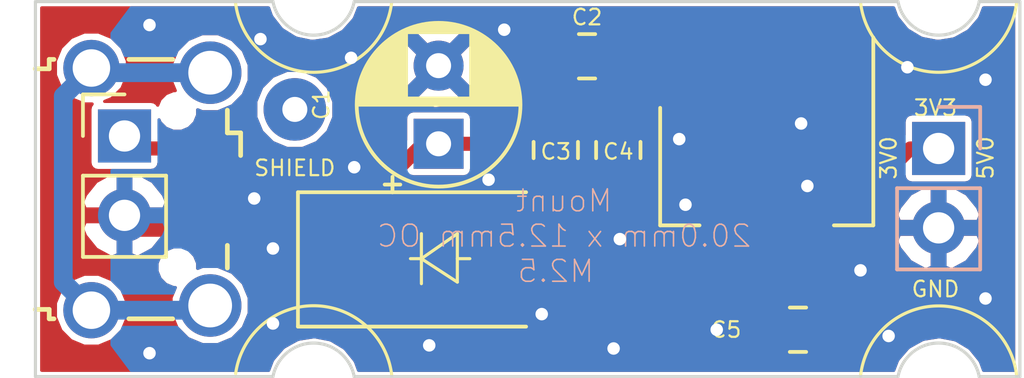
<source format=kicad_pcb>
(kicad_pcb (version 20171130) (host pcbnew "(5.0.1-3-g963ef8bb5)")

  (general
    (thickness 1.6)
    (drawings 27)
    (tracks 58)
    (zones 0)
    (modules 11)
    (nets 5)
  )

  (page A4)
  (layers
    (0 F.Cu signal)
    (31 B.Cu signal)
    (32 B.Adhes user hide)
    (33 F.Adhes user hide)
    (34 B.Paste user hide)
    (35 F.Paste user hide)
    (36 B.SilkS user hide)
    (37 F.SilkS user)
    (38 B.Mask user hide)
    (39 F.Mask user hide)
    (40 Dwgs.User user)
    (41 Cmts.User user)
    (42 Eco1.User user)
    (43 Eco2.User user)
    (44 Edge.Cuts user)
    (45 Margin user)
    (46 B.CrtYd user)
    (47 F.CrtYd user)
    (48 B.Fab user)
    (49 F.Fab user)
  )

  (setup
    (last_trace_width 0.45)
    (trace_clearance 0.2)
    (zone_clearance 0.1)
    (zone_45_only yes)
    (trace_min 0.2)
    (segment_width 0.1)
    (edge_width 0.1)
    (via_size 0.8)
    (via_drill 0.4)
    (via_min_size 0.4)
    (via_min_drill 0.3)
    (uvia_size 0.3)
    (uvia_drill 0.1)
    (uvias_allowed no)
    (uvia_min_size 0.2)
    (uvia_min_drill 0.1)
    (pcb_text_width 0.3)
    (pcb_text_size 1.5 1.5)
    (mod_edge_width 0.15)
    (mod_text_size 1 1)
    (mod_text_width 0.15)
    (pad_size 2 1.5)
    (pad_drill 0)
    (pad_to_mask_clearance 0.0508)
    (solder_mask_min_width 0.25)
    (aux_axis_origin 0 0)
    (visible_elements FFFFFF7F)
    (pcbplotparams
      (layerselection 0x010fc_ffffffff)
      (usegerberextensions false)
      (usegerberattributes false)
      (usegerberadvancedattributes false)
      (creategerberjobfile false)
      (excludeedgelayer true)
      (linewidth 0.100000)
      (plotframeref false)
      (viasonmask false)
      (mode 1)
      (useauxorigin false)
      (hpglpennumber 1)
      (hpglpenspeed 20)
      (hpglpendiameter 15.000000)
      (psnegative false)
      (psa4output false)
      (plotreference true)
      (plotvalue true)
      (plotinvisibletext false)
      (padsonsilk false)
      (subtractmaskfromsilk false)
      (outputformat 1)
      (mirror false)
      (drillshape 1)
      (scaleselection 1)
      (outputdirectory ""))
  )

  (net 0 "")
  (net 1 "Net-(C1-Pad1)")
  (net 2 GND)
  (net 3 "Net-(C5-Pad1)")
  (net 4 "Net-(SHIELD1-Pad1)")

  (net_class Default "This is the default net class."
    (clearance 0.2)
    (trace_width 0.45)
    (via_dia 0.8)
    (via_drill 0.4)
    (uvia_dia 0.3)
    (uvia_drill 0.1)
    (add_net GND)
    (add_net "Net-(C1-Pad1)")
    (add_net "Net-(C5-Pad1)")
    (add_net "Net-(SHIELD1-Pad1)")
  )

  (module Package_TO_SOT_SMD:SOT-223-3_TabPin2 (layer F.Cu) (tedit 5C5F5CB4) (tstamp 5C10BCF1)
    (at 144.5 119.25 270)
    (descr "module CMS SOT223 4 pins")
    (tags "CMS SOT")
    (path /5B60B014)
    (attr smd)
    (fp_text reference U1 (at 0 -4.5 270) (layer F.SilkS) hide
      (effects (font (size 0.5 0.5) (thickness 0.07)))
    )
    (fp_text value LDL1117S (at 0 4.5 270) (layer F.Fab) hide
      (effects (font (size 1 1) (thickness 0.15)))
    )
    (fp_text user %R (at 0 0) (layer F.Fab) hide
      (effects (font (size 0.8 0.8) (thickness 0.12)))
    )
    (fp_line (start 1.91 3.41) (end 1.91 2.15) (layer F.SilkS) (width 0.12))
    (fp_line (start 1.91 -3.41) (end 1.91 -2.15) (layer F.SilkS) (width 0.12))
    (fp_line (start 4.4 -3.6) (end -4.4 -3.6) (layer F.CrtYd) (width 0.05))
    (fp_line (start 4.4 3.6) (end 4.4 -3.6) (layer F.CrtYd) (width 0.05))
    (fp_line (start -4.4 3.6) (end 4.4 3.6) (layer F.CrtYd) (width 0.05))
    (fp_line (start -4.4 -3.6) (end -4.4 3.6) (layer F.CrtYd) (width 0.05))
    (fp_line (start -1.85 -2.35) (end -0.85 -3.35) (layer F.Fab) (width 0.1))
    (fp_line (start -1.85 -2.35) (end -1.85 3.35) (layer F.Fab) (width 0.1))
    (fp_line (start -1.85 3.41) (end 1.91 3.41) (layer F.SilkS) (width 0.12))
    (fp_line (start -0.85 -3.35) (end 1.85 -3.35) (layer F.Fab) (width 0.1))
    (fp_line (start -4.1 -3.41) (end 1.91 -3.41) (layer F.SilkS) (width 0.12))
    (fp_line (start -1.85 3.35) (end 1.85 3.35) (layer F.Fab) (width 0.1))
    (fp_line (start 1.85 -3.35) (end 1.85 3.35) (layer F.Fab) (width 0.1))
    (pad 2 smd rect (at 3.15 0 270) (size 2 3.8) (layers F.Cu F.Paste F.Mask)
      (net 3 "Net-(C5-Pad1)"))
    (pad 2 smd rect (at -3.15 0 270) (size 2 1.5) (layers F.Cu F.Paste F.Mask))
    (pad 3 smd rect (at -3.15 2.3 270) (size 2 1.5) (layers F.Cu F.Paste F.Mask)
      (net 1 "Net-(C1-Pad1)"))
    (pad 1 smd rect (at -3.15 -2.3 270) (size 2 1.5) (layers F.Cu F.Paste F.Mask)
      (net 2 GND))
    (model ${KISYS3DMOD}/Package_TO_SOT_SMD.3dshapes/SOT-223.wrl
      (at (xyz 0 0 0))
      (scale (xyz 1 1 1))
      (rotate (xyz 0 0 0))
    )
  )

  (module Capacitor_SMD:C_0805_2012Metric_Pad1.15x1.40mm_HandSolder (layer F.Cu) (tedit 5C04FFFB) (tstamp 5C20491B)
    (at 139.75 118.75 270)
    (descr "Capacitor SMD 0805 (2012 Metric), square (rectangular) end terminal, IPC_7351 nominal with elongated pad for handsoldering. (Body size source: https://docs.google.com/spreadsheets/d/1BsfQQcO9C6DZCsRaXUlFlo91Tg2WpOkGARC1WS5S8t0/edit?usp=sharing), generated with kicad-footprint-generator")
    (tags "capacitor handsolder")
    (path /5B5E124E)
    (attr smd)
    (fp_text reference C4 (at 0.05 0) (layer F.SilkS)
      (effects (font (size 0.5 0.5) (thickness 0.07)))
    )
    (fp_text value 1nF (at 0 1.65 270) (layer F.Fab) hide
      (effects (font (size 1 1) (thickness 0.15)))
    )
    (fp_text user %R (at 0 0 270) (layer F.Fab) hide
      (effects (font (size 0.5 0.5) (thickness 0.08)))
    )
    (fp_line (start 1.85 0.95) (end -1.85 0.95) (layer F.CrtYd) (width 0.05))
    (fp_line (start 1.85 -0.95) (end 1.85 0.95) (layer F.CrtYd) (width 0.05))
    (fp_line (start -1.85 -0.95) (end 1.85 -0.95) (layer F.CrtYd) (width 0.05))
    (fp_line (start -1.85 0.95) (end -1.85 -0.95) (layer F.CrtYd) (width 0.05))
    (fp_line (start -0.261252 0.71) (end 0.261252 0.71) (layer F.SilkS) (width 0.12))
    (fp_line (start -0.261252 -0.71) (end 0.261252 -0.71) (layer F.SilkS) (width 0.12))
    (fp_line (start 1 0.6) (end -1 0.6) (layer F.Fab) (width 0.1))
    (fp_line (start 1 -0.6) (end 1 0.6) (layer F.Fab) (width 0.1))
    (fp_line (start -1 -0.6) (end 1 -0.6) (layer F.Fab) (width 0.1))
    (fp_line (start -1 0.6) (end -1 -0.6) (layer F.Fab) (width 0.1))
    (pad 2 smd roundrect (at 1.025 0 270) (size 1.15 1.4) (layers F.Cu F.Paste F.Mask) (roundrect_rratio 0.217391)
      (net 2 GND))
    (pad 1 smd roundrect (at -1.025 0 270) (size 1.15 1.4) (layers F.Cu F.Paste F.Mask) (roundrect_rratio 0.217391)
      (net 1 "Net-(C1-Pad1)"))
    (model ${KISYS3DMOD}/Capacitor_SMD.3dshapes/C_0805_2012Metric.wrl
      (at (xyz 0 0 0))
      (scale (xyz 1 1 1))
      (rotate (xyz 0 0 0))
    )
  )

  (module Connector_PinHeader_2.54mm:PinHeader_1x02_P2.54mm_Vertical locked (layer B.Cu) (tedit 5C051B29) (tstamp 5C10BC9D)
    (at 150 118.7 180)
    (descr "Through hole straight pin header, 1x02, 2.54mm pitch, single row")
    (tags "Through hole pin header THT 1x02 2.54mm single row")
    (path /5B5E164D)
    (fp_text reference POWER1 (at 0 1.8 180) (layer B.SilkS) hide
      (effects (font (size 0.5 0.5) (thickness 0.07)) (justify mirror))
    )
    (fp_text value Conn_01x02_Female (at 0 -4.87 180) (layer B.Fab) hide
      (effects (font (size 1 1) (thickness 0.15)) (justify mirror))
    )
    (fp_line (start -0.635 1.27) (end 1.27 1.27) (layer B.Fab) (width 0.1))
    (fp_line (start 1.27 1.27) (end 1.27 -3.81) (layer B.Fab) (width 0.1))
    (fp_line (start 1.27 -3.81) (end -1.27 -3.81) (layer B.Fab) (width 0.1))
    (fp_line (start -1.27 -3.81) (end -1.27 0.635) (layer B.Fab) (width 0.1))
    (fp_line (start -1.27 0.635) (end -0.635 1.27) (layer B.Fab) (width 0.1))
    (fp_line (start -1.33 -3.87) (end 1.33 -3.87) (layer B.SilkS) (width 0.12))
    (fp_line (start -1.33 -1.27) (end -1.33 -3.87) (layer B.SilkS) (width 0.12))
    (fp_line (start 1.33 -1.27) (end 1.33 -3.87) (layer B.SilkS) (width 0.12))
    (fp_line (start -1.33 -1.27) (end 1.33 -1.27) (layer B.SilkS) (width 0.12))
    (fp_line (start -1.33 0) (end -1.33 1.33) (layer B.SilkS) (width 0.12))
    (fp_line (start -1.33 1.33) (end 0 1.33) (layer B.SilkS) (width 0.12))
    (fp_line (start -1.8 1.8) (end -1.8 -4.35) (layer B.CrtYd) (width 0.05))
    (fp_line (start -1.8 -4.35) (end 1.8 -4.35) (layer B.CrtYd) (width 0.05))
    (fp_line (start 1.8 -4.35) (end 1.8 1.8) (layer B.CrtYd) (width 0.05))
    (fp_line (start 1.8 1.8) (end -1.8 1.8) (layer B.CrtYd) (width 0.05))
    (fp_text user %R (at 0 -1.27 90) (layer B.Fab) hide
      (effects (font (size 1 1) (thickness 0.15)) (justify mirror))
    )
    (pad 1 thru_hole rect (at 0 0 180) (size 1.7 1.7) (drill 1) (layers *.Cu *.Mask)
      (net 3 "Net-(C5-Pad1)"))
    (pad 2 thru_hole oval (at 0 -2.54 180) (size 1.7 1.7) (drill 1) (layers *.Cu *.Mask)
      (net 2 GND))
    (model ${KISYS3DMOD}/Connector_PinHeader_2.54mm.3dshapes/PinHeader_1x02_P2.54mm_Vertical.wrl
      (at (xyz 0 0 0))
      (scale (xyz 1 1 1))
      (rotate (xyz 0 0 0))
    )
  )

  (module Capacitor_SMD:C_0805_2012Metric_Pad1.15x1.40mm_HandSolder (layer F.Cu) (tedit 5C0460DC) (tstamp 5C10BC85)
    (at 145.5 124.5)
    (descr "Capacitor SMD 0805 (2012 Metric), square (rectangular) end terminal, IPC_7351 nominal with elongated pad for handsoldering. (Body size source: https://docs.google.com/spreadsheets/d/1BsfQQcO9C6DZCsRaXUlFlo91Tg2WpOkGARC1WS5S8t0/edit?usp=sharing), generated with kicad-footprint-generator")
    (tags "capacitor handsolder")
    (path /5B60C803)
    (attr smd)
    (fp_text reference C5 (at -2.3 0) (layer F.SilkS)
      (effects (font (size 0.5 0.5) (thickness 0.07)))
    )
    (fp_text value 4.7uF (at 0 1.65) (layer F.Fab) hide
      (effects (font (size 1 1) (thickness 0.15)))
    )
    (fp_line (start -1 0.6) (end -1 -0.6) (layer F.Fab) (width 0.1))
    (fp_line (start -1 -0.6) (end 1 -0.6) (layer F.Fab) (width 0.1))
    (fp_line (start 1 -0.6) (end 1 0.6) (layer F.Fab) (width 0.1))
    (fp_line (start 1 0.6) (end -1 0.6) (layer F.Fab) (width 0.1))
    (fp_line (start -0.261252 -0.71) (end 0.261252 -0.71) (layer F.SilkS) (width 0.12))
    (fp_line (start -0.261252 0.71) (end 0.261252 0.71) (layer F.SilkS) (width 0.12))
    (fp_line (start -1.85 0.95) (end -1.85 -0.95) (layer F.CrtYd) (width 0.05))
    (fp_line (start -1.85 -0.95) (end 1.85 -0.95) (layer F.CrtYd) (width 0.05))
    (fp_line (start 1.85 -0.95) (end 1.85 0.95) (layer F.CrtYd) (width 0.05))
    (fp_line (start 1.85 0.95) (end -1.85 0.95) (layer F.CrtYd) (width 0.05))
    (fp_text user %R (at 0 0) (layer F.Fab) hide
      (effects (font (size 0.5 0.5) (thickness 0.08)))
    )
    (pad 1 smd roundrect (at -1.025 0) (size 1.15 1.4) (layers F.Cu F.Paste F.Mask) (roundrect_rratio 0.217391)
      (net 3 "Net-(C5-Pad1)"))
    (pad 2 smd roundrect (at 1.025 0) (size 1.15 1.4) (layers F.Cu F.Paste F.Mask) (roundrect_rratio 0.217391)
      (net 2 GND))
    (model ${KISYS3DMOD}/Capacitor_SMD.3dshapes/C_0805_2012Metric.wrl
      (at (xyz 0 0 0))
      (scale (xyz 1 1 1))
      (rotate (xyz 0 0 0))
    )
  )

  (module Diode_SMD:D_SMB_Handsoldering (layer F.Cu) (tedit 5C045B9E) (tstamp 5C10BC86)
    (at 134.1 122.25)
    (descr "Diode SMB (DO-214AA) Handsoldering")
    (tags "Diode SMB (DO-214AA) Handsoldering")
    (path /5B5E135C)
    (attr smd)
    (fp_text reference D1 (at 0 -3) (layer F.SilkS) hide
      (effects (font (size 1 1) (thickness 0.15)))
    )
    (fp_text value D_TVS (at 0 3) (layer F.Fab) hide
      (effects (font (size 1 1) (thickness 0.15)))
    )
    (fp_text user %R (at 0 -3) (layer F.Fab) hide
      (effects (font (size 1 1) (thickness 0.15)))
    )
    (fp_line (start -4.6 -2.15) (end -4.6 2.15) (layer F.SilkS) (width 0.12))
    (fp_line (start 2.3 2) (end -2.3 2) (layer F.Fab) (width 0.1))
    (fp_line (start -2.3 2) (end -2.3 -2) (layer F.Fab) (width 0.1))
    (fp_line (start 2.3 -2) (end 2.3 2) (layer F.Fab) (width 0.1))
    (fp_line (start 2.3 -2) (end -2.3 -2) (layer F.Fab) (width 0.1))
    (fp_line (start -4.7 -2.25) (end 4.7 -2.25) (layer F.CrtYd) (width 0.05))
    (fp_line (start 4.7 -2.25) (end 4.7 2.25) (layer F.CrtYd) (width 0.05))
    (fp_line (start 4.7 2.25) (end -4.7 2.25) (layer F.CrtYd) (width 0.05))
    (fp_line (start -4.7 2.25) (end -4.7 -2.25) (layer F.CrtYd) (width 0.05))
    (fp_line (start -0.64944 0.00102) (end -1.55114 0.00102) (layer F.Fab) (width 0.1))
    (fp_line (start 0.50118 0.00102) (end 1.4994 0.00102) (layer F.Fab) (width 0.1))
    (fp_line (start -0.64944 -0.79908) (end -0.64944 0.80112) (layer F.Fab) (width 0.1))
    (fp_line (start 0.50118 0.75032) (end 0.50118 -0.79908) (layer F.Fab) (width 0.1))
    (fp_line (start -0.64944 0.00102) (end 0.50118 0.75032) (layer F.Fab) (width 0.1))
    (fp_line (start -0.64944 0.00102) (end 0.50118 -0.79908) (layer F.Fab) (width 0.1))
    (fp_line (start -4.6 2.15) (end 2.7 2.15) (layer F.SilkS) (width 0.12))
    (fp_line (start -4.6 -2.15) (end 2.7 -2.15) (layer F.SilkS) (width 0.12))
    (pad 1 smd rect (at -2.7 0) (size 3.5 2.3) (layers F.Cu F.Paste F.Mask)
      (net 1 "Net-(C1-Pad1)"))
    (pad 2 smd rect (at 2.7 0) (size 3.5 2.3) (layers F.Cu F.Paste F.Mask)
      (net 2 GND))
    (model ${KISYS3DMOD}/Diode_SMD.3dshapes/D_SMB.wrl
      (at (xyz 0 0 0))
      (scale (xyz 1 1 1))
      (rotate (xyz 0 0 0))
    )
  )

  (module Connector_USB:USB_Micro-B_Wuerth_629105150521_CircularHoles locked (layer F.Cu) (tedit 5C268D52) (tstamp 5C10BCF2)
    (at 124.841 120 270)
    (descr "USB Micro-B receptacle, http://www.mouser.com/ds/2/445/629105150521-469306.pdf")
    (tags "usb micro receptacle")
    (path /5B5E189A)
    (attr smd)
    (fp_text reference USB1 (at 4 0.091 270) (layer F.SilkS) hide
      (effects (font (size 1 1) (thickness 0.15)))
    )
    (fp_text value Wuerth_629105150521 (at 0 5.6 270) (layer F.Fab) hide
      (effects (font (size 1 1) (thickness 0.15)))
    )
    (fp_line (start -4 -2.25) (end -4 3.15) (layer F.Fab) (width 0.15))
    (fp_line (start -4 3.15) (end -3.7 3.15) (layer F.Fab) (width 0.15))
    (fp_line (start -3.7 3.15) (end -3.7 4.35) (layer F.Fab) (width 0.15))
    (fp_line (start -3.7 4.35) (end 3.7 4.35) (layer F.Fab) (width 0.15))
    (fp_line (start 3.7 4.35) (end 3.7 3.15) (layer F.Fab) (width 0.15))
    (fp_line (start 3.7 3.15) (end 4 3.15) (layer F.Fab) (width 0.15))
    (fp_line (start 4 3.15) (end 4 -2.25) (layer F.Fab) (width 0.15))
    (fp_line (start 4 -2.25) (end -4 -2.25) (layer F.Fab) (width 0.15))
    (fp_line (start -2.7 3.75) (end 2.7 3.75) (layer F.Fab) (width 0.15))
    (fp_line (start -1.075 -2.725) (end -1.3 -2.55) (layer F.Fab) (width 0.15))
    (fp_line (start -1.3 -2.55) (end -1.525 -2.725) (layer F.Fab) (width 0.15))
    (fp_line (start -1.525 -2.725) (end -1.525 -2.95) (layer F.Fab) (width 0.15))
    (fp_line (start -1.525 -2.95) (end -1.075 -2.95) (layer F.Fab) (width 0.15))
    (fp_line (start -1.075 -2.95) (end -1.075 -2.725) (layer F.Fab) (width 0.15))
    (fp_line (start -4.15 -0.65) (end -4.15 0.75) (layer F.SilkS) (width 0.15))
    (fp_line (start -4.15 3.15) (end -4.15 3.3) (layer F.SilkS) (width 0.15))
    (fp_line (start -4.15 3.3) (end -3.85 3.3) (layer F.SilkS) (width 0.15))
    (fp_line (start -3.85 3.3) (end -3.85 3.75) (layer F.SilkS) (width 0.15))
    (fp_line (start 3.85 3.75) (end 3.85 3.3) (layer F.SilkS) (width 0.15))
    (fp_line (start 3.85 3.3) (end 4.15 3.3) (layer F.SilkS) (width 0.15))
    (fp_line (start 4.15 3.3) (end 4.15 3.15) (layer F.SilkS) (width 0.15))
    (fp_line (start 4.15 0.75) (end 4.15 -0.65) (layer F.SilkS) (width 0.15))
    (fp_line (start -1.075 -2.825) (end -1.8 -2.825) (layer F.SilkS) (width 0.15))
    (fp_line (start -1.8 -2.825) (end -1.8 -2.4) (layer F.SilkS) (width 0.15))
    (fp_line (start -1.8 -2.4) (end -2.525 -2.4) (layer F.SilkS) (width 0.15))
    (fp_line (start 1.8 -2.4) (end 2.525 -2.4) (layer F.SilkS) (width 0.15))
    (fp_line (start -5.27 -3.34) (end -5.27 4.85) (layer F.CrtYd) (width 0.05))
    (fp_line (start -5.27 4.85) (end 5.28 4.85) (layer F.CrtYd) (width 0.05))
    (fp_line (start 5.28 4.85) (end 5.28 -3.34) (layer F.CrtYd) (width 0.05))
    (fp_line (start 5.28 -3.34) (end -5.27 -3.34) (layer F.CrtYd) (width 0.05))
    (fp_text user %R (at 0 1.05 270) (layer F.Fab) hide
      (effects (font (size 1 1) (thickness 0.15)))
    )
    (fp_text user "PCB Edge" (at 0 3.75 270) (layer Dwgs.User)
      (effects (font (size 0.5 0.5) (thickness 0.08)))
    )
    (pad 1 smd rect (at -1.3 -1.9 270) (size 0.45 1.3) (layers F.Cu F.Paste F.Mask)
      (net 1 "Net-(C1-Pad1)"))
    (pad 2 smd rect (at -0.65 -1.9 270) (size 0.45 1.3) (layers F.Cu F.Paste F.Mask))
    (pad 3 smd rect (at 0 -1.9 270) (size 0.45 1.3) (layers F.Cu F.Paste F.Mask))
    (pad 4 smd rect (at 0.65 -1.9 270) (size 0.45 1.3) (layers F.Cu F.Paste F.Mask))
    (pad 5 smd rect (at 1.3 -1.9 270) (size 0.45 1.3) (layers F.Cu F.Paste F.Mask)
      (net 2 GND))
    (pad 6 thru_hole circle (at -3.725 -1.85 270) (size 2 2) (drill 1.4) (layers *.Cu *.Mask)
      (net 4 "Net-(SHIELD1-Pad1)"))
    (pad 6 thru_hole circle (at 3.725 -1.85 270) (size 2 2) (drill 1.4) (layers *.Cu *.Mask)
      (net 4 "Net-(SHIELD1-Pad1)"))
    (pad 6 thru_hole circle (at -3.875 1.95 270) (size 1.8 1.8) (drill 1.2) (layers *.Cu *.Mask)
      (net 4 "Net-(SHIELD1-Pad1)"))
    (pad 6 thru_hole circle (at 3.875 1.95 270) (size 1.8 1.8) (drill 1.2) (layers *.Cu *.Mask)
      (net 4 "Net-(SHIELD1-Pad1)"))
    (pad "" np_thru_hole circle (at -2.5 -0.8 270) (size 0.8 0.8) (drill 0.8) (layers *.Cu *.Mask))
    (pad "" np_thru_hole circle (at 2.5 -0.8 270) (size 0.8 0.8) (drill 0.8) (layers *.Cu *.Mask))
    (model ${KISYS3DMOD}/Connector_USB.3dshapes/USB_Micro-B_Wuerth_629105150521_CircularHoles.wrl
      (at (xyz 0 0 0))
      (scale (xyz 1 1 1))
      (rotate (xyz 0 0 0))
    )
  )

  (module Capacitor_SMD:C_0805_2012Metric_Pad1.15x1.40mm_HandSolder (layer F.Cu) (tedit 5C04F1B7) (tstamp 5C2048FB)
    (at 138.75 115.75)
    (descr "Capacitor SMD 0805 (2012 Metric), square (rectangular) end terminal, IPC_7351 nominal with elongated pad for handsoldering. (Body size source: https://docs.google.com/spreadsheets/d/1BsfQQcO9C6DZCsRaXUlFlo91Tg2WpOkGARC1WS5S8t0/edit?usp=sharing), generated with kicad-footprint-generator")
    (tags "capacitor handsolder")
    (path /5C0465F8)
    (attr smd)
    (fp_text reference C2 (at 0 -1.25) (layer F.SilkS)
      (effects (font (size 0.5 0.5) (thickness 0.07)))
    )
    (fp_text value 1uF (at 0 1.65) (layer F.Fab) hide
      (effects (font (size 1 1) (thickness 0.15)))
    )
    (fp_text user %R (at 0 0) (layer F.Fab) hide
      (effects (font (size 0.5 0.5) (thickness 0.08)))
    )
    (fp_line (start 1.85 0.95) (end -1.85 0.95) (layer F.CrtYd) (width 0.05))
    (fp_line (start 1.85 -0.95) (end 1.85 0.95) (layer F.CrtYd) (width 0.05))
    (fp_line (start -1.85 -0.95) (end 1.85 -0.95) (layer F.CrtYd) (width 0.05))
    (fp_line (start -1.85 0.95) (end -1.85 -0.95) (layer F.CrtYd) (width 0.05))
    (fp_line (start -0.261252 0.71) (end 0.261252 0.71) (layer F.SilkS) (width 0.12))
    (fp_line (start -0.261252 -0.71) (end 0.261252 -0.71) (layer F.SilkS) (width 0.12))
    (fp_line (start 1 0.6) (end -1 0.6) (layer F.Fab) (width 0.1))
    (fp_line (start 1 -0.6) (end 1 0.6) (layer F.Fab) (width 0.1))
    (fp_line (start -1 -0.6) (end 1 -0.6) (layer F.Fab) (width 0.1))
    (fp_line (start -1 0.6) (end -1 -0.6) (layer F.Fab) (width 0.1))
    (pad 2 smd roundrect (at 1.025 0) (size 1.15 1.4) (layers F.Cu F.Paste F.Mask) (roundrect_rratio 0.217391)
      (net 2 GND))
    (pad 1 smd roundrect (at -1.025 0) (size 1.15 1.4) (layers F.Cu F.Paste F.Mask) (roundrect_rratio 0.217391)
      (net 1 "Net-(C1-Pad1)"))
    (model ${KISYS3DMOD}/Capacitor_SMD.3dshapes/C_0805_2012Metric.wrl
      (at (xyz 0 0 0))
      (scale (xyz 1 1 1))
      (rotate (xyz 0 0 0))
    )
  )

  (module Capacitor_SMD:C_0805_2012Metric_Pad1.15x1.40mm_HandSolder (layer F.Cu) (tedit 5C04F1B0) (tstamp 5C20490B)
    (at 137.75 118.75 270)
    (descr "Capacitor SMD 0805 (2012 Metric), square (rectangular) end terminal, IPC_7351 nominal with elongated pad for handsoldering. (Body size source: https://docs.google.com/spreadsheets/d/1BsfQQcO9C6DZCsRaXUlFlo91Tg2WpOkGARC1WS5S8t0/edit?usp=sharing), generated with kicad-footprint-generator")
    (tags "capacitor handsolder")
    (path /5B5E1202)
    (attr smd)
    (fp_text reference C3 (at 0.05 0) (layer F.SilkS)
      (effects (font (size 0.5 0.5) (thickness 0.07)))
    )
    (fp_text value 100nF (at 0 1.65 270) (layer F.Fab) hide
      (effects (font (size 1 1) (thickness 0.15)))
    )
    (fp_text user %R (at 0 0 270) (layer F.Fab) hide
      (effects (font (size 0.5 0.5) (thickness 0.08)))
    )
    (fp_line (start 1.85 0.95) (end -1.85 0.95) (layer F.CrtYd) (width 0.05))
    (fp_line (start 1.85 -0.95) (end 1.85 0.95) (layer F.CrtYd) (width 0.05))
    (fp_line (start -1.85 -0.95) (end 1.85 -0.95) (layer F.CrtYd) (width 0.05))
    (fp_line (start -1.85 0.95) (end -1.85 -0.95) (layer F.CrtYd) (width 0.05))
    (fp_line (start -0.261252 0.71) (end 0.261252 0.71) (layer F.SilkS) (width 0.12))
    (fp_line (start -0.261252 -0.71) (end 0.261252 -0.71) (layer F.SilkS) (width 0.12))
    (fp_line (start 1 0.6) (end -1 0.6) (layer F.Fab) (width 0.1))
    (fp_line (start 1 -0.6) (end 1 0.6) (layer F.Fab) (width 0.1))
    (fp_line (start -1 -0.6) (end 1 -0.6) (layer F.Fab) (width 0.1))
    (fp_line (start -1 0.6) (end -1 -0.6) (layer F.Fab) (width 0.1))
    (pad 2 smd roundrect (at 1.025 0 270) (size 1.15 1.4) (layers F.Cu F.Paste F.Mask) (roundrect_rratio 0.217391)
      (net 2 GND))
    (pad 1 smd roundrect (at -1.025 0 270) (size 1.15 1.4) (layers F.Cu F.Paste F.Mask) (roundrect_rratio 0.217391)
      (net 1 "Net-(C1-Pad1)"))
    (model ${KISYS3DMOD}/Capacitor_SMD.3dshapes/C_0805_2012Metric.wrl
      (at (xyz 0 0 0))
      (scale (xyz 1 1 1))
      (rotate (xyz 0 0 0))
    )
  )

  (module Capacitor_THT:CP_Radial_D5.0mm_P2.50mm (layer F.Cu) (tedit 5C5EF651) (tstamp 5C5F5607)
    (at 134 118.55 90)
    (descr "CP, Radial series, Radial, pin pitch=2.50mm, , diameter=5mm, Electrolytic Capacitor")
    (tags "CP Radial series Radial pin pitch 2.50mm  diameter 5mm Electrolytic Capacitor")
    (path /5B5E11CC)
    (fp_text reference C1 (at 1.25 -3.75 90) (layer F.SilkS)
      (effects (font (size 0.5 0.5) (thickness 0.07)))
    )
    (fp_text value 100u (at 1.25 3.75 90) (layer F.Fab) hide
      (effects (font (size 1 1) (thickness 0.15)))
    )
    (fp_circle (center 1.25 0) (end 3.75 0) (layer F.Fab) (width 0.1))
    (fp_circle (center 1.25 0) (end 3.87 0) (layer F.SilkS) (width 0.12))
    (fp_circle (center 1.25 0) (end 4 0) (layer F.CrtYd) (width 0.05))
    (fp_line (start -0.883605 -1.0875) (end -0.383605 -1.0875) (layer F.Fab) (width 0.1))
    (fp_line (start -0.633605 -1.3375) (end -0.633605 -0.8375) (layer F.Fab) (width 0.1))
    (fp_line (start 1.25 -2.58) (end 1.25 2.58) (layer F.SilkS) (width 0.12))
    (fp_line (start 1.29 -2.58) (end 1.29 2.58) (layer F.SilkS) (width 0.12))
    (fp_line (start 1.33 -2.579) (end 1.33 2.579) (layer F.SilkS) (width 0.12))
    (fp_line (start 1.37 -2.578) (end 1.37 2.578) (layer F.SilkS) (width 0.12))
    (fp_line (start 1.41 -2.576) (end 1.41 2.576) (layer F.SilkS) (width 0.12))
    (fp_line (start 1.45 -2.573) (end 1.45 2.573) (layer F.SilkS) (width 0.12))
    (fp_line (start 1.49 -2.569) (end 1.49 -1.04) (layer F.SilkS) (width 0.12))
    (fp_line (start 1.49 1.04) (end 1.49 2.569) (layer F.SilkS) (width 0.12))
    (fp_line (start 1.53 -2.565) (end 1.53 -1.04) (layer F.SilkS) (width 0.12))
    (fp_line (start 1.53 1.04) (end 1.53 2.565) (layer F.SilkS) (width 0.12))
    (fp_line (start 1.57 -2.561) (end 1.57 -1.04) (layer F.SilkS) (width 0.12))
    (fp_line (start 1.57 1.04) (end 1.57 2.561) (layer F.SilkS) (width 0.12))
    (fp_line (start 1.61 -2.556) (end 1.61 -1.04) (layer F.SilkS) (width 0.12))
    (fp_line (start 1.61 1.04) (end 1.61 2.556) (layer F.SilkS) (width 0.12))
    (fp_line (start 1.65 -2.55) (end 1.65 -1.04) (layer F.SilkS) (width 0.12))
    (fp_line (start 1.65 1.04) (end 1.65 2.55) (layer F.SilkS) (width 0.12))
    (fp_line (start 1.69 -2.543) (end 1.69 -1.04) (layer F.SilkS) (width 0.12))
    (fp_line (start 1.69 1.04) (end 1.69 2.543) (layer F.SilkS) (width 0.12))
    (fp_line (start 1.73 -2.536) (end 1.73 -1.04) (layer F.SilkS) (width 0.12))
    (fp_line (start 1.73 1.04) (end 1.73 2.536) (layer F.SilkS) (width 0.12))
    (fp_line (start 1.77 -2.528) (end 1.77 -1.04) (layer F.SilkS) (width 0.12))
    (fp_line (start 1.77 1.04) (end 1.77 2.528) (layer F.SilkS) (width 0.12))
    (fp_line (start 1.81 -2.52) (end 1.81 -1.04) (layer F.SilkS) (width 0.12))
    (fp_line (start 1.81 1.04) (end 1.81 2.52) (layer F.SilkS) (width 0.12))
    (fp_line (start 1.85 -2.511) (end 1.85 -1.04) (layer F.SilkS) (width 0.12))
    (fp_line (start 1.85 1.04) (end 1.85 2.511) (layer F.SilkS) (width 0.12))
    (fp_line (start 1.89 -2.501) (end 1.89 -1.04) (layer F.SilkS) (width 0.12))
    (fp_line (start 1.89 1.04) (end 1.89 2.501) (layer F.SilkS) (width 0.12))
    (fp_line (start 1.93 -2.491) (end 1.93 -1.04) (layer F.SilkS) (width 0.12))
    (fp_line (start 1.93 1.04) (end 1.93 2.491) (layer F.SilkS) (width 0.12))
    (fp_line (start 1.971 -2.48) (end 1.971 -1.04) (layer F.SilkS) (width 0.12))
    (fp_line (start 1.971 1.04) (end 1.971 2.48) (layer F.SilkS) (width 0.12))
    (fp_line (start 2.011 -2.468) (end 2.011 -1.04) (layer F.SilkS) (width 0.12))
    (fp_line (start 2.011 1.04) (end 2.011 2.468) (layer F.SilkS) (width 0.12))
    (fp_line (start 2.051 -2.455) (end 2.051 -1.04) (layer F.SilkS) (width 0.12))
    (fp_line (start 2.051 1.04) (end 2.051 2.455) (layer F.SilkS) (width 0.12))
    (fp_line (start 2.091 -2.442) (end 2.091 -1.04) (layer F.SilkS) (width 0.12))
    (fp_line (start 2.091 1.04) (end 2.091 2.442) (layer F.SilkS) (width 0.12))
    (fp_line (start 2.131 -2.428) (end 2.131 -1.04) (layer F.SilkS) (width 0.12))
    (fp_line (start 2.131 1.04) (end 2.131 2.428) (layer F.SilkS) (width 0.12))
    (fp_line (start 2.171 -2.414) (end 2.171 -1.04) (layer F.SilkS) (width 0.12))
    (fp_line (start 2.171 1.04) (end 2.171 2.414) (layer F.SilkS) (width 0.12))
    (fp_line (start 2.211 -2.398) (end 2.211 -1.04) (layer F.SilkS) (width 0.12))
    (fp_line (start 2.211 1.04) (end 2.211 2.398) (layer F.SilkS) (width 0.12))
    (fp_line (start 2.251 -2.382) (end 2.251 -1.04) (layer F.SilkS) (width 0.12))
    (fp_line (start 2.251 1.04) (end 2.251 2.382) (layer F.SilkS) (width 0.12))
    (fp_line (start 2.291 -2.365) (end 2.291 -1.04) (layer F.SilkS) (width 0.12))
    (fp_line (start 2.291 1.04) (end 2.291 2.365) (layer F.SilkS) (width 0.12))
    (fp_line (start 2.331 -2.348) (end 2.331 -1.04) (layer F.SilkS) (width 0.12))
    (fp_line (start 2.331 1.04) (end 2.331 2.348) (layer F.SilkS) (width 0.12))
    (fp_line (start 2.371 -2.329) (end 2.371 -1.04) (layer F.SilkS) (width 0.12))
    (fp_line (start 2.371 1.04) (end 2.371 2.329) (layer F.SilkS) (width 0.12))
    (fp_line (start 2.411 -2.31) (end 2.411 -1.04) (layer F.SilkS) (width 0.12))
    (fp_line (start 2.411 1.04) (end 2.411 2.31) (layer F.SilkS) (width 0.12))
    (fp_line (start 2.451 -2.29) (end 2.451 -1.04) (layer F.SilkS) (width 0.12))
    (fp_line (start 2.451 1.04) (end 2.451 2.29) (layer F.SilkS) (width 0.12))
    (fp_line (start 2.491 -2.268) (end 2.491 -1.04) (layer F.SilkS) (width 0.12))
    (fp_line (start 2.491 1.04) (end 2.491 2.268) (layer F.SilkS) (width 0.12))
    (fp_line (start 2.531 -2.247) (end 2.531 -1.04) (layer F.SilkS) (width 0.12))
    (fp_line (start 2.531 1.04) (end 2.531 2.247) (layer F.SilkS) (width 0.12))
    (fp_line (start 2.571 -2.224) (end 2.571 -1.04) (layer F.SilkS) (width 0.12))
    (fp_line (start 2.571 1.04) (end 2.571 2.224) (layer F.SilkS) (width 0.12))
    (fp_line (start 2.611 -2.2) (end 2.611 -1.04) (layer F.SilkS) (width 0.12))
    (fp_line (start 2.611 1.04) (end 2.611 2.2) (layer F.SilkS) (width 0.12))
    (fp_line (start 2.651 -2.175) (end 2.651 -1.04) (layer F.SilkS) (width 0.12))
    (fp_line (start 2.651 1.04) (end 2.651 2.175) (layer F.SilkS) (width 0.12))
    (fp_line (start 2.691 -2.149) (end 2.691 -1.04) (layer F.SilkS) (width 0.12))
    (fp_line (start 2.691 1.04) (end 2.691 2.149) (layer F.SilkS) (width 0.12))
    (fp_line (start 2.731 -2.122) (end 2.731 -1.04) (layer F.SilkS) (width 0.12))
    (fp_line (start 2.731 1.04) (end 2.731 2.122) (layer F.SilkS) (width 0.12))
    (fp_line (start 2.771 -2.095) (end 2.771 -1.04) (layer F.SilkS) (width 0.12))
    (fp_line (start 2.771 1.04) (end 2.771 2.095) (layer F.SilkS) (width 0.12))
    (fp_line (start 2.811 -2.065) (end 2.811 -1.04) (layer F.SilkS) (width 0.12))
    (fp_line (start 2.811 1.04) (end 2.811 2.065) (layer F.SilkS) (width 0.12))
    (fp_line (start 2.851 -2.035) (end 2.851 -1.04) (layer F.SilkS) (width 0.12))
    (fp_line (start 2.851 1.04) (end 2.851 2.035) (layer F.SilkS) (width 0.12))
    (fp_line (start 2.891 -2.004) (end 2.891 -1.04) (layer F.SilkS) (width 0.12))
    (fp_line (start 2.891 1.04) (end 2.891 2.004) (layer F.SilkS) (width 0.12))
    (fp_line (start 2.931 -1.971) (end 2.931 -1.04) (layer F.SilkS) (width 0.12))
    (fp_line (start 2.931 1.04) (end 2.931 1.971) (layer F.SilkS) (width 0.12))
    (fp_line (start 2.971 -1.937) (end 2.971 -1.04) (layer F.SilkS) (width 0.12))
    (fp_line (start 2.971 1.04) (end 2.971 1.937) (layer F.SilkS) (width 0.12))
    (fp_line (start 3.011 -1.901) (end 3.011 -1.04) (layer F.SilkS) (width 0.12))
    (fp_line (start 3.011 1.04) (end 3.011 1.901) (layer F.SilkS) (width 0.12))
    (fp_line (start 3.051 -1.864) (end 3.051 -1.04) (layer F.SilkS) (width 0.12))
    (fp_line (start 3.051 1.04) (end 3.051 1.864) (layer F.SilkS) (width 0.12))
    (fp_line (start 3.091 -1.826) (end 3.091 -1.04) (layer F.SilkS) (width 0.12))
    (fp_line (start 3.091 1.04) (end 3.091 1.826) (layer F.SilkS) (width 0.12))
    (fp_line (start 3.131 -1.785) (end 3.131 -1.04) (layer F.SilkS) (width 0.12))
    (fp_line (start 3.131 1.04) (end 3.131 1.785) (layer F.SilkS) (width 0.12))
    (fp_line (start 3.171 -1.743) (end 3.171 -1.04) (layer F.SilkS) (width 0.12))
    (fp_line (start 3.171 1.04) (end 3.171 1.743) (layer F.SilkS) (width 0.12))
    (fp_line (start 3.211 -1.699) (end 3.211 -1.04) (layer F.SilkS) (width 0.12))
    (fp_line (start 3.211 1.04) (end 3.211 1.699) (layer F.SilkS) (width 0.12))
    (fp_line (start 3.251 -1.653) (end 3.251 -1.04) (layer F.SilkS) (width 0.12))
    (fp_line (start 3.251 1.04) (end 3.251 1.653) (layer F.SilkS) (width 0.12))
    (fp_line (start 3.291 -1.605) (end 3.291 -1.04) (layer F.SilkS) (width 0.12))
    (fp_line (start 3.291 1.04) (end 3.291 1.605) (layer F.SilkS) (width 0.12))
    (fp_line (start 3.331 -1.554) (end 3.331 -1.04) (layer F.SilkS) (width 0.12))
    (fp_line (start 3.331 1.04) (end 3.331 1.554) (layer F.SilkS) (width 0.12))
    (fp_line (start 3.371 -1.5) (end 3.371 -1.04) (layer F.SilkS) (width 0.12))
    (fp_line (start 3.371 1.04) (end 3.371 1.5) (layer F.SilkS) (width 0.12))
    (fp_line (start 3.411 -1.443) (end 3.411 -1.04) (layer F.SilkS) (width 0.12))
    (fp_line (start 3.411 1.04) (end 3.411 1.443) (layer F.SilkS) (width 0.12))
    (fp_line (start 3.451 -1.383) (end 3.451 -1.04) (layer F.SilkS) (width 0.12))
    (fp_line (start 3.451 1.04) (end 3.451 1.383) (layer F.SilkS) (width 0.12))
    (fp_line (start 3.491 -1.319) (end 3.491 -1.04) (layer F.SilkS) (width 0.12))
    (fp_line (start 3.491 1.04) (end 3.491 1.319) (layer F.SilkS) (width 0.12))
    (fp_line (start 3.531 -1.251) (end 3.531 -1.04) (layer F.SilkS) (width 0.12))
    (fp_line (start 3.531 1.04) (end 3.531 1.251) (layer F.SilkS) (width 0.12))
    (fp_line (start 3.571 -1.178) (end 3.571 1.178) (layer F.SilkS) (width 0.12))
    (fp_line (start 3.611 -1.098) (end 3.611 1.098) (layer F.SilkS) (width 0.12))
    (fp_line (start 3.651 -1.011) (end 3.651 1.011) (layer F.SilkS) (width 0.12))
    (fp_line (start 3.691 -0.915) (end 3.691 0.915) (layer F.SilkS) (width 0.12))
    (fp_line (start 3.731 -0.805) (end 3.731 0.805) (layer F.SilkS) (width 0.12))
    (fp_line (start 3.771 -0.677) (end 3.771 0.677) (layer F.SilkS) (width 0.12))
    (fp_line (start 3.811 -0.518) (end 3.811 0.518) (layer F.SilkS) (width 0.12))
    (fp_line (start 3.851 -0.284) (end 3.851 0.284) (layer F.SilkS) (width 0.12))
    (fp_line (start -1.554775 -1.475) (end -1.054775 -1.475) (layer F.SilkS) (width 0.12))
    (fp_line (start -1.304775 -1.725) (end -1.304775 -1.225) (layer F.SilkS) (width 0.12))
    (fp_text user %R (at 1.25 0 90) (layer F.Fab) hide
      (effects (font (size 1 1) (thickness 0.15)))
    )
    (pad 1 thru_hole rect (at 0 0 90) (size 1.6 1.6) (drill 0.8) (layers *.Cu *.Mask)
      (net 1 "Net-(C1-Pad1)"))
    (pad 2 thru_hole circle (at 2.5 0 90) (size 1.6 1.6) (drill 0.8) (layers *.Cu *.Mask)
      (net 2 GND))
    (model ${KISYS3DMOD}/Capacitor_THT.3dshapes/CP_Radial_D5.0mm_P2.50mm.wrl
      (at (xyz 0 0 0))
      (scale (xyz 1 1 1))
      (rotate (xyz 0 0 0))
    )
  )

  (module Connector_PinHeader_2.54mm:PinHeader_1x02_P2.54mm_Vertical (layer F.Cu) (tedit 5C5EF616) (tstamp 5C601B5E)
    (at 123.95 118.3)
    (descr "Through hole straight pin header, 1x02, 2.54mm pitch, single row")
    (tags "Through hole pin header THT 1x02 2.54mm single row")
    (path /5B5E2D8E)
    (fp_text reference POWER_IN1 (at 0 -2.33) (layer F.SilkS) hide
      (effects (font (size 1 1) (thickness 0.15)))
    )
    (fp_text value Conn_01x02_Female (at 0 4.87) (layer F.Fab) hide
      (effects (font (size 1 1) (thickness 0.15)))
    )
    (fp_line (start -0.635 -1.27) (end 1.27 -1.27) (layer F.Fab) (width 0.1))
    (fp_line (start 1.27 -1.27) (end 1.27 3.81) (layer F.Fab) (width 0.1))
    (fp_line (start 1.27 3.81) (end -1.27 3.81) (layer F.Fab) (width 0.1))
    (fp_line (start -1.27 3.81) (end -1.27 -0.635) (layer F.Fab) (width 0.1))
    (fp_line (start -1.27 -0.635) (end -0.635 -1.27) (layer F.Fab) (width 0.1))
    (fp_line (start -1.33 3.87) (end 1.33 3.87) (layer F.SilkS) (width 0.12))
    (fp_line (start -1.33 1.27) (end -1.33 3.87) (layer F.SilkS) (width 0.12))
    (fp_line (start 1.33 1.27) (end 1.33 3.87) (layer F.SilkS) (width 0.12))
    (fp_line (start -1.33 1.27) (end 1.33 1.27) (layer F.SilkS) (width 0.12))
    (fp_line (start -1.33 0) (end -1.33 -1.33) (layer F.SilkS) (width 0.12))
    (fp_line (start -1.33 -1.33) (end 0 -1.33) (layer F.SilkS) (width 0.12))
    (fp_line (start -1.8 -1.8) (end -1.8 4.35) (layer F.CrtYd) (width 0.05))
    (fp_line (start -1.8 4.35) (end 1.8 4.35) (layer F.CrtYd) (width 0.05))
    (fp_line (start 1.8 4.35) (end 1.8 -1.8) (layer F.CrtYd) (width 0.05))
    (fp_line (start 1.8 -1.8) (end -1.8 -1.8) (layer F.CrtYd) (width 0.05))
    (fp_text user %R (at 0 1.27 90) (layer F.Fab) hide
      (effects (font (size 1 1) (thickness 0.15)))
    )
    (pad 1 thru_hole rect (at 0 0) (size 1.7 1.7) (drill 1) (layers *.Cu *.Mask)
      (net 1 "Net-(C1-Pad1)"))
    (pad 2 thru_hole oval (at 0 2.54) (size 1.7 1.7) (drill 1) (layers *.Cu *.Mask)
      (net 2 GND))
    (model ${KISYS3DMOD}/Connector_PinHeader_2.54mm.3dshapes/PinHeader_1x02_P2.54mm_Vertical.wrl
      (at (xyz 0 0 0))
      (scale (xyz 1 1 1))
      (rotate (xyz 0 0 0))
    )
  )

  (module Connector_Wire:SolderWirePad_1x01_Drill0.8mm (layer F.Cu) (tedit 5C5EF5EF) (tstamp 5C601B73)
    (at 129.4 117.45 180)
    (descr "Wire solder connection")
    (tags connector)
    (path /5B6334EE)
    (attr virtual)
    (fp_text reference SHIELD (at 0 -1.875001 180) (layer F.SilkS)
      (effects (font (size 0.5 0.5) (thickness 0.07)))
    )
    (fp_text value Conn_01x01_Female (at 0 2.54 180) (layer F.Fab) hide
      (effects (font (size 1 1) (thickness 0.15)))
    )
    (fp_text user %R (at 0 0 180) (layer F.Fab) hide
      (effects (font (size 1 1) (thickness 0.15)))
    )
    (fp_line (start -1.5 -1.5) (end 1.5 -1.5) (layer F.CrtYd) (width 0.05))
    (fp_line (start -1.5 -1.5) (end -1.5 1.5) (layer F.CrtYd) (width 0.05))
    (fp_line (start 1.5 1.5) (end 1.5 -1.5) (layer F.CrtYd) (width 0.05))
    (fp_line (start 1.5 1.5) (end -1.5 1.5) (layer F.CrtYd) (width 0.05))
    (pad 1 thru_hole circle (at 0 0 180) (size 1.99898 1.99898) (drill 0.8001) (layers *.Cu *.Mask)
      (net 4 "Net-(SHIELD1-Pad1)"))
  )

  (gr_text "Mount \n20.0mm x 12.5mm OC \nM2.5" (at 137.75 121.5) (layer B.SilkS)
    (effects (font (size 0.7 0.7) (thickness 0.05)) (justify mirror))
  )
  (gr_text 3V0 (at 148.4 119 90) (layer F.SilkS)
    (effects (font (size 0.5 0.5) (thickness 0.07)))
  )
  (gr_text GND (at 149.9 123.2) (layer F.SilkS)
    (effects (font (size 0.5 0.5) (thickness 0.07)))
  )
  (gr_text 5V0 (at 151.5 119 90) (layer F.SilkS)
    (effects (font (size 0.5 0.5) (thickness 0.07)))
  )
  (gr_text 3V3 (at 149.9 117.4) (layer F.SilkS)
    (effects (font (size 0.5 0.5) (thickness 0.07)))
  )
  (gr_line (start 121.1 126) (end 121.1 114) (layer Edge.Cuts) (width 0.1))
  (gr_line (start 128.7 114) (end 121.1 114) (layer Edge.Cuts) (width 0.1))
  (gr_line (start 128.7 126) (end 121.1 126) (layer Edge.Cuts) (width 0.1))
  (gr_line (start 133.45 123.026) (end 133.45 121.426) (layer F.SilkS) (width 0.1))
  (gr_line (start 134.6 121.426) (end 133.45 122.226) (layer F.SilkS) (width 0.1))
  (gr_line (start 133.45 122.226) (end 133.1 122.226) (layer F.SilkS) (width 0.1))
  (gr_line (start 134.6 122.226) (end 135 122.226) (layer F.SilkS) (width 0.1))
  (gr_line (start 133.45 122.226) (end 134.6 122.976) (layer F.SilkS) (width 0.1) (tstamp 5C58FCDA))
  (gr_line (start 134.6 122.976) (end 134.6 121.426) (layer F.SilkS) (width 0.1))
  (gr_line (start 152.6 114) (end 151.3 114) (layer Edge.Cuts) (width 0.1))
  (gr_arc (start 150 113.75) (end 147.500001 113.999999) (angle -168.6) (layer F.SilkS) (width 0.1))
  (gr_arc (start 150 113.75) (end 148.700001 113.999999) (angle -158.2) (layer Edge.Cuts) (width 0.1))
  (gr_line (start 152.6 126) (end 151.3 126) (layer Edge.Cuts) (width 0.1))
  (gr_arc (start 150 126.25) (end 152.499999 126.000001) (angle -168.6) (layer F.SilkS) (width 0.1))
  (gr_arc (start 150 126.25) (end 151.299999 126.000001) (angle -158.2) (layer Edge.Cuts) (width 0.1))
  (gr_line (start 148.7 114) (end 131.3 114) (layer Edge.Cuts) (width 0.1))
  (gr_arc (start 130 113.75) (end 127.500001 113.999999) (angle -167.9) (layer F.SilkS) (width 0.1))
  (gr_arc (start 130 113.75) (end 128.7 114) (angle -157.2999715) (layer Edge.Cuts) (width 0.1))
  (gr_arc (start 129.999999 126.25) (end 131.299998 126.000001) (angle -158.228972) (layer Edge.Cuts) (width 0.1))
  (gr_line (start 131.3 126) (end 148.7 126) (layer Edge.Cuts) (width 0.1))
  (gr_arc (start 130 126.25) (end 132.5 125.95) (angle -165.1874644) (layer F.SilkS) (width 0.1))
  (gr_line (start 152.6 114) (end 152.6 126) (layer Edge.Cuts) (width 0.1))

  (segment (start 137.675 115.8) (end 137.725 115.75) (width 0.45) (layer F.Cu) (net 1) (status 30))
  (segment (start 124.35 118.7) (end 123.95 118.3) (width 0.45) (layer F.Cu) (net 1))
  (segment (start 126.741 118.7) (end 124.35 118.7) (width 0.45) (layer F.Cu) (net 1))
  (segment (start 130.8 122.25) (end 131.4 122.25) (width 0.45) (layer F.Cu) (net 1))
  (segment (start 129.2 120.65) (end 130.8 122.25) (width 0.45) (layer F.Cu) (net 1))
  (segment (start 129.2 120.05) (end 129.2 120.65) (width 0.45) (layer F.Cu) (net 1))
  (segment (start 127.85 118.7) (end 129.2 120.05) (width 0.45) (layer F.Cu) (net 1))
  (segment (start 126.741 118.7) (end 127.85 118.7) (width 0.45) (layer F.Cu) (net 1))
  (segment (start 131.4 120.65) (end 133.5 118.55) (width 0.45) (layer F.Cu) (net 1))
  (segment (start 133.5 118.55) (end 134 118.55) (width 0.45) (layer F.Cu) (net 1))
  (segment (start 131.4 122.25) (end 131.4 120.65) (width 0.45) (layer F.Cu) (net 1))
  (segment (start 137.725 116.075) (end 137.725 115.75) (width 0.45) (layer F.Cu) (net 1))
  (segment (start 135.25 118.55) (end 137.725 116.075) (width 0.45) (layer F.Cu) (net 1))
  (segment (start 134 118.55) (end 135.25 118.55) (width 0.45) (layer F.Cu) (net 1))
  (segment (start 137.725 117.7) (end 137.75 117.725) (width 0.45) (layer F.Cu) (net 1))
  (segment (start 137.725 115.75) (end 137.725 117.7) (width 0.45) (layer F.Cu) (net 1))
  (segment (start 137.75 117.725) (end 139.75 117.725) (width 0.45) (layer F.Cu) (net 1))
  (segment (start 140.575 117.725) (end 142.2 116.1) (width 0.45) (layer F.Cu) (net 1))
  (segment (start 139.75 117.725) (end 140.575 117.725) (width 0.45) (layer F.Cu) (net 1))
  (via (at 151.5 116.5) (size 0.8) (drill 0.4) (layers F.Cu B.Cu) (net 2) (tstamp 5C590DB6))
  (via (at 151.5 123.5) (size 0.8) (drill 0.4) (layers F.Cu B.Cu) (net 2) (tstamp 5C590DB8))
  (segment (start 123.885 121.3) (end 123.825 121.24) (width 0.45) (layer F.Cu) (net 2))
  (segment (start 126.741 121.3) (end 123.885 121.3) (width 0.45) (layer F.Cu) (net 2) (status 10))
  (via (at 124.75 125.25) (size 0.8) (drill 0.4) (layers F.Cu B.Cu) (net 2) (tstamp 5C59123B))
  (via (at 124.75 114.75) (size 0.8) (drill 0.4) (layers F.Cu B.Cu) (net 2) (tstamp 5C59123D))
  (via (at 145.6 117.9) (size 0.8) (drill 0.4) (layers F.Cu B.Cu) (net 2) (tstamp 5C5F5D18))
  (via (at 139.8 121.6) (size 0.8) (drill 0.4) (layers F.Cu B.Cu) (net 2) (tstamp 5C5F5D1A))
  (via (at 137.3 124) (size 0.8) (drill 0.4) (layers F.Cu B.Cu) (net 2) (tstamp 5C5F5D1C))
  (via (at 147.5 122.6) (size 0.8) (drill 0.4) (layers F.Cu B.Cu) (net 2) (tstamp 5C5F5D1E))
  (via (at 142.9 124.5) (size 0.8) (drill 0.4) (layers F.Cu B.Cu) (net 2) (tstamp 5C5F5D20))
  (via (at 128.7 124.3) (size 0.8) (drill 0.4) (layers F.Cu B.Cu) (net 2) (tstamp 5C5F5D22))
  (via (at 128.1 120.3) (size 0.8) (drill 0.4) (layers F.Cu B.Cu) (net 2) (tstamp 5C5F5D24))
  (via (at 131.3 119.3) (size 0.8) (drill 0.4) (layers F.Cu B.Cu) (net 2) (tstamp 5C5F5D26))
  (via (at 141.7 118.4) (size 0.8) (drill 0.4) (layers F.Cu B.Cu) (net 2) (tstamp 5C5F5D31))
  (via (at 141.9 120.5) (size 0.8) (drill 0.4) (layers F.Cu B.Cu) (net 2) (tstamp 5C5F5D33))
  (via (at 149 116.1) (size 0.8) (drill 0.4) (layers F.Cu B.Cu) (net 2) (tstamp 5C5F5D35))
  (via (at 148.4 124.7) (size 0.8) (drill 0.4) (layers F.Cu B.Cu) (net 2) (tstamp 5C5F5D37))
  (via (at 139.6 125.1) (size 0.8) (drill 0.4) (layers F.Cu B.Cu) (net 2) (tstamp 5C5F5D39))
  (via (at 133.7 125) (size 0.8) (drill 0.4) (layers F.Cu B.Cu) (net 2) (tstamp 5C5F5D3B))
  (via (at 131.2 115.8) (size 0.8) (drill 0.4) (layers F.Cu B.Cu) (net 2) (tstamp 5C5F5D3D))
  (via (at 136.1 114.9) (size 0.8) (drill 0.4) (layers F.Cu B.Cu) (net 2) (tstamp 5C5F5D73))
  (via (at 128.7 121.9) (size 0.8) (drill 0.4) (layers F.Cu B.Cu) (net 2) (tstamp 5C5F5DD6))
  (via (at 135.6 119.7) (size 0.8) (drill 0.4) (layers F.Cu B.Cu) (net 2) (tstamp 5C5F5E38))
  (via (at 128.3 115.2) (size 0.8) (drill 0.4) (layers F.Cu B.Cu) (net 2) (tstamp 5C5F5E3A))
  (via (at 145.8 119.9) (size 0.8) (drill 0.4) (layers F.Cu B.Cu) (net 2) (tstamp 5C5F5E6C))
  (segment (start 144.5 124.725) (end 144.475 124.75) (width 0.45) (layer F.Cu) (net 3) (status 30))
  (segment (start 149.1 118.7) (end 150 118.7) (width 0.45) (layer F.Cu) (net 3) (status 20))
  (segment (start 145.4 122.4) (end 149.1 118.7) (width 0.45) (layer F.Cu) (net 3) (status 10))
  (segment (start 144.5 122.4) (end 145.4 122.4) (width 0.45) (layer F.Cu) (net 3) (status 30))
  (segment (start 144.5 124.475) (end 144.475 124.5) (width 0.45) (layer F.Cu) (net 3) (status 30))
  (segment (start 144.5 122.4) (end 144.5 124.475) (width 0.45) (layer F.Cu) (net 3) (status 30))
  (segment (start 123.041 116.275) (end 122.891 116.125) (width 0.6) (layer B.Cu) (net 4) (status 30))
  (segment (start 126.691 116.275) (end 123.041 116.275) (width 0.6) (layer B.Cu) (net 4) (status 30))
  (segment (start 126.541 123.875) (end 126.691 123.725) (width 0.6) (layer B.Cu) (net 4) (status 30))
  (segment (start 122.891 123.875) (end 126.541 123.875) (width 0.6) (layer B.Cu) (net 4) (status 30))
  (segment (start 121.991001 122.975001) (end 122.891 123.875) (width 0.6) (layer B.Cu) (net 4) (status 20))
  (segment (start 122.891 116.125) (end 121.991001 117.024999) (width 0.6) (layer B.Cu) (net 4) (status 10))
  (segment (start 121.991001 117.024999) (end 121.991001 122.975001) (width 0.6) (layer B.Cu) (net 4))

  (zone (net 2) (net_name GND) (layer B.Cu) (tstamp 0) (hatch edge 0.508)
    (connect_pads (clearance 0.1))
    (min_thickness 0.1)
    (fill yes (arc_segments 16) (thermal_gap 0.508) (thermal_bridge_width 0.508))
    (polygon
      (pts
        (xy 123.5 115) (xy 124.25 114) (xy 152.75 114) (xy 152.75 126) (xy 124.25 126)
        (xy 123.5 125)
      )
    )
    (filled_polygon
      (pts
        (xy 128.644667 114.442155) (xy 128.660639 114.470346) (xy 128.675951 114.498919) (xy 128.960178 114.860295) (xy 129.011946 114.906605)
        (xy 129.011949 114.906606) (xy 129.402631 115.148976) (xy 129.467116 115.174787) (xy 129.917131 115.268919) (xy 129.917135 115.268921)
        (xy 129.951288 115.270002) (xy 129.986559 115.27112) (xy 129.986564 115.271118) (xy 130.441627 115.20566) (xy 130.441633 115.20566)
        (xy 130.491305 115.189342) (xy 130.507623 115.183982) (xy 130.507625 115.18398) (xy 130.781487 115.037226) (xy 133.275725 115.037226)
        (xy 134 115.7615) (xy 134.724275 115.037226) (xy 134.63993 114.822148) (xy 134.121339 114.670722) (xy 133.584276 114.729279)
        (xy 133.36007 114.822148) (xy 133.275725 115.037226) (xy 130.781487 115.037226) (xy 130.912859 114.966828) (xy 130.912864 114.966826)
        (xy 130.936946 114.947885) (xy 130.96746 114.923886) (xy 130.967464 114.923879) (xy 131.27399 114.581225) (xy 131.274023 114.581173)
        (xy 131.29156 114.552903) (xy 131.310607 114.522201) (xy 131.310607 114.522199) (xy 131.439572 114.2) (xy 148.559922 114.2)
        (xy 148.655165 114.461883) (xy 148.671748 114.490624) (xy 148.68788 114.519623) (xy 148.977748 114.87649) (xy 149.030237 114.921981)
        (xy 149.424679 115.158185) (xy 149.489562 115.18298) (xy 149.940996 115.270031) (xy 149.941002 115.270033) (xy 150.010452 115.271141)
        (xy 150.010454 115.271141) (xy 150.464442 115.198542) (xy 150.464443 115.198542) (xy 150.481316 115.192704) (xy 150.530084 115.175831)
        (xy 150.530088 115.175828) (xy 150.931864 114.952335) (xy 150.985779 114.908543) (xy 150.985781 114.90854) (xy 151.286885 114.561112)
        (xy 151.286888 114.56111) (xy 151.322573 114.501518) (xy 151.437799 114.2) (xy 152.4 114.2) (xy 152.400001 125.8)
        (xy 151.440078 125.8) (xy 151.344835 125.538116) (xy 151.328243 125.509362) (xy 151.31212 125.480377) (xy 151.022254 125.123512)
        (xy 151.022252 125.123509) (xy 150.992745 125.097937) (xy 150.969763 125.078019) (xy 150.96976 125.078018) (xy 150.575321 124.841815)
        (xy 150.510438 124.817019) (xy 150.510432 124.817019) (xy 150.059003 124.729969) (xy 150.058998 124.729967) (xy 149.989547 124.728859)
        (xy 149.535558 124.801458) (xy 149.535557 124.801458) (xy 149.531777 124.802766) (xy 149.469916 124.824169) (xy 149.469912 124.824172)
        (xy 149.068136 125.047665) (xy 149.014221 125.091457) (xy 149.014219 125.09146) (xy 148.713115 125.438888) (xy 148.713112 125.43889)
        (xy 148.677427 125.498482) (xy 148.562201 125.8) (xy 131.44004 125.8) (xy 131.344492 125.537484) (xy 131.32789 125.508728)
        (xy 131.311731 125.479714) (xy 131.021684 125.122996) (xy 131.021682 125.122993) (xy 130.96917 125.077529) (xy 130.574608 124.841524)
        (xy 130.509713 124.816761) (xy 130.509707 124.816761) (xy 130.058232 124.729939) (xy 130.058227 124.729937) (xy 129.989834 124.72888)
        (xy 129.988777 124.728864) (xy 129.988776 124.728864) (xy 129.534824 124.801693) (xy 129.469195 124.824438) (xy 129.06753 125.048135)
        (xy 129.067527 125.048136) (xy 129.013635 125.091956) (xy 128.712701 125.439541) (xy 128.677046 125.49915) (xy 128.562249 125.8)
        (xy 124.1625 125.8) (xy 123.55 124.983333) (xy 123.55 124.842346) (xy 123.865923 124.526423) (xy 123.907934 124.425)
        (xy 125.627959 124.425) (xy 125.631301 124.433068) (xy 125.982932 124.784699) (xy 126.44236 124.975) (xy 126.93964 124.975)
        (xy 127.399068 124.784699) (xy 127.750699 124.433068) (xy 127.941 123.97364) (xy 127.941 123.47636) (xy 127.750699 123.016932)
        (xy 127.399068 122.665301) (xy 126.93964 122.475) (xy 126.44236 122.475) (xy 126.291 122.537695) (xy 126.291 122.370707)
        (xy 126.192043 122.131805) (xy 126.009195 121.948957) (xy 125.770293 121.85) (xy 125.511707 121.85) (xy 125.272805 121.948957)
        (xy 125.089957 122.131805) (xy 124.991 122.370707) (xy 124.991 122.629293) (xy 125.089957 122.868195) (xy 125.272805 123.051043)
        (xy 125.511707 123.15) (xy 125.576183 123.15) (xy 125.503695 123.325) (xy 123.907934 123.325) (xy 123.865923 123.223577)
        (xy 123.55 122.907654) (xy 123.55 122.17594) (xy 123.746 122.09366) (xy 123.746 121.044) (xy 124.154 121.044)
        (xy 124.154 122.09366) (xy 124.369427 122.184095) (xy 124.851863 121.921274) (xy 125.063295 121.659424) (xy 148.655922 121.659424)
        (xy 148.753002 121.893839) (xy 149.098137 122.321274) (xy 149.580573 122.584095) (xy 149.796 122.49366) (xy 149.796 121.444)
        (xy 150.204 121.444) (xy 150.204 122.49366) (xy 150.419427 122.584095) (xy 150.901863 122.321274) (xy 151.246998 121.893839)
        (xy 151.344078 121.659424) (xy 151.251989 121.444) (xy 150.204 121.444) (xy 149.796 121.444) (xy 148.748011 121.444)
        (xy 148.655922 121.659424) (xy 125.063295 121.659424) (xy 125.196998 121.493839) (xy 125.294078 121.259424) (xy 125.201989 121.044)
        (xy 124.154 121.044) (xy 123.746 121.044) (xy 123.726 121.044) (xy 123.726 120.820576) (xy 148.655922 120.820576)
        (xy 148.748011 121.036) (xy 149.796 121.036) (xy 149.796 119.98634) (xy 150.204 119.98634) (xy 150.204 121.036)
        (xy 151.251989 121.036) (xy 151.344078 120.820576) (xy 151.246998 120.586161) (xy 150.901863 120.158726) (xy 150.419427 119.895905)
        (xy 150.204 119.98634) (xy 149.796 119.98634) (xy 149.580573 119.895905) (xy 149.098137 120.158726) (xy 148.753002 120.586161)
        (xy 148.655922 120.820576) (xy 123.726 120.820576) (xy 123.726 120.636) (xy 123.746 120.636) (xy 123.746 119.58634)
        (xy 124.154 119.58634) (xy 124.154 120.636) (xy 125.201989 120.636) (xy 125.294078 120.420576) (xy 125.196998 120.186161)
        (xy 124.851863 119.758726) (xy 124.369427 119.495905) (xy 124.154 119.58634) (xy 123.746 119.58634) (xy 123.55 119.50406)
        (xy 123.55 119.404897) (xy 124.8 119.404897) (xy 124.897545 119.385494) (xy 124.980239 119.330239) (xy 125.035494 119.247545)
        (xy 125.054897 119.15) (xy 125.054897 117.783553) (xy 125.089957 117.868195) (xy 125.272805 118.051043) (xy 125.511707 118.15)
        (xy 125.770293 118.15) (xy 126.009195 118.051043) (xy 126.192043 117.868195) (xy 126.291 117.629293) (xy 126.291 117.462305)
        (xy 126.44236 117.525) (xy 126.93964 117.525) (xy 127.399068 117.334699) (xy 127.532306 117.201461) (xy 128.15051 117.201461)
        (xy 128.15051 117.698539) (xy 128.340733 118.157779) (xy 128.692221 118.509267) (xy 129.151461 118.69949) (xy 129.648539 118.69949)
        (xy 130.107779 118.509267) (xy 130.459267 118.157779) (xy 130.628174 117.75) (xy 132.945103 117.75) (xy 132.945103 119.35)
        (xy 132.964506 119.447545) (xy 133.019761 119.530239) (xy 133.102455 119.585494) (xy 133.2 119.604897) (xy 134.8 119.604897)
        (xy 134.897545 119.585494) (xy 134.980239 119.530239) (xy 135.035494 119.447545) (xy 135.054897 119.35) (xy 135.054897 117.85)
        (xy 148.895103 117.85) (xy 148.895103 119.55) (xy 148.914506 119.647545) (xy 148.969761 119.730239) (xy 149.052455 119.785494)
        (xy 149.15 119.804897) (xy 150.85 119.804897) (xy 150.947545 119.785494) (xy 151.030239 119.730239) (xy 151.085494 119.647545)
        (xy 151.104897 119.55) (xy 151.104897 117.85) (xy 151.085494 117.752455) (xy 151.030239 117.669761) (xy 150.947545 117.614506)
        (xy 150.85 117.595103) (xy 149.15 117.595103) (xy 149.052455 117.614506) (xy 148.969761 117.669761) (xy 148.914506 117.752455)
        (xy 148.895103 117.85) (xy 135.054897 117.85) (xy 135.054897 117.75) (xy 135.035494 117.652455) (xy 134.980239 117.569761)
        (xy 134.897545 117.514506) (xy 134.8 117.495103) (xy 133.2 117.495103) (xy 133.102455 117.514506) (xy 133.019761 117.569761)
        (xy 132.964506 117.652455) (xy 132.945103 117.75) (xy 130.628174 117.75) (xy 130.64949 117.698539) (xy 130.64949 117.201461)
        (xy 130.592045 117.062774) (xy 133.275725 117.062774) (xy 133.36007 117.277852) (xy 133.878661 117.429278) (xy 134.415724 117.370721)
        (xy 134.63993 117.277852) (xy 134.724275 117.062774) (xy 134 116.3385) (xy 133.275725 117.062774) (xy 130.592045 117.062774)
        (xy 130.459267 116.742221) (xy 130.107779 116.390733) (xy 129.648539 116.20051) (xy 129.151461 116.20051) (xy 128.692221 116.390733)
        (xy 128.340733 116.742221) (xy 128.15051 117.201461) (xy 127.532306 117.201461) (xy 127.750699 116.983068) (xy 127.941 116.52364)
        (xy 127.941 116.02636) (xy 127.900532 115.928661) (xy 132.620722 115.928661) (xy 132.679279 116.465724) (xy 132.772148 116.68993)
        (xy 132.987226 116.774275) (xy 133.7115 116.05) (xy 134.2885 116.05) (xy 135.012774 116.774275) (xy 135.227852 116.68993)
        (xy 135.379278 116.171339) (xy 135.320721 115.634276) (xy 135.227852 115.41007) (xy 135.012774 115.325725) (xy 134.2885 116.05)
        (xy 133.7115 116.05) (xy 132.987226 115.325725) (xy 132.772148 115.41007) (xy 132.620722 115.928661) (xy 127.900532 115.928661)
        (xy 127.750699 115.566932) (xy 127.399068 115.215301) (xy 126.93964 115.025) (xy 126.44236 115.025) (xy 125.982932 115.215301)
        (xy 125.631301 115.566932) (xy 125.565827 115.725) (xy 123.970066 115.725) (xy 123.865923 115.473577) (xy 123.55 115.157654)
        (xy 123.55 115.016667) (xy 124.1625 114.2) (xy 128.558747 114.2)
      )
    )
  )
  (zone (net 2) (net_name GND) (layer F.Cu) (tstamp 5C59117D) (hatch edge 0.508)
    (connect_pads (clearance 0.1))
    (min_thickness 0.1)
    (fill yes (arc_segments 16) (thermal_gap 0.508) (thermal_bridge_width 0.508))
    (polygon
      (pts
        (xy 121 114) (xy 152.75 114) (xy 152.75 126) (xy 121 126)
      )
    )
    (filled_polygon
      (pts
        (xy 128.644667 114.442155) (xy 128.660639 114.470346) (xy 128.675951 114.498919) (xy 128.960178 114.860295) (xy 129.011946 114.906605)
        (xy 129.011949 114.906606) (xy 129.402631 115.148976) (xy 129.467116 115.174787) (xy 129.917131 115.268919) (xy 129.917135 115.268921)
        (xy 129.951288 115.270002) (xy 129.986559 115.27112) (xy 129.986564 115.271118) (xy 130.441627 115.20566) (xy 130.441633 115.20566)
        (xy 130.491305 115.189342) (xy 130.507623 115.183982) (xy 130.507625 115.18398) (xy 130.781487 115.037226) (xy 133.275725 115.037226)
        (xy 134 115.7615) (xy 134.724275 115.037226) (xy 134.63993 114.822148) (xy 134.121339 114.670722) (xy 133.584276 114.729279)
        (xy 133.36007 114.822148) (xy 133.275725 115.037226) (xy 130.781487 115.037226) (xy 130.912859 114.966828) (xy 130.912864 114.966826)
        (xy 130.936946 114.947885) (xy 130.96746 114.923886) (xy 130.967464 114.923879) (xy 131.27399 114.581225) (xy 131.274023 114.581173)
        (xy 131.29156 114.552903) (xy 131.310607 114.522201) (xy 131.310607 114.522199) (xy 131.439572 114.2) (xy 148.559922 114.2)
        (xy 148.655165 114.461883) (xy 148.671748 114.490624) (xy 148.68788 114.519623) (xy 148.977748 114.87649) (xy 149.030237 114.921981)
        (xy 149.424679 115.158185) (xy 149.489562 115.18298) (xy 149.940996 115.270031) (xy 149.941002 115.270033) (xy 150.010452 115.271141)
        (xy 150.010454 115.271141) (xy 150.464442 115.198542) (xy 150.464443 115.198542) (xy 150.481316 115.192704) (xy 150.530084 115.175831)
        (xy 150.530088 115.175828) (xy 150.931864 114.952335) (xy 150.985779 114.908543) (xy 150.985781 114.90854) (xy 151.286885 114.561112)
        (xy 151.286888 114.56111) (xy 151.322573 114.501518) (xy 151.437799 114.2) (xy 152.4 114.2) (xy 152.400001 125.8)
        (xy 151.440078 125.8) (xy 151.344835 125.538116) (xy 151.328243 125.509362) (xy 151.31212 125.480377) (xy 151.022254 125.123512)
        (xy 151.022252 125.123509) (xy 150.992745 125.097937) (xy 150.969763 125.078019) (xy 150.96976 125.078018) (xy 150.575321 124.841815)
        (xy 150.510438 124.817019) (xy 150.510432 124.817019) (xy 150.059003 124.729969) (xy 150.058998 124.729967) (xy 149.989547 124.728859)
        (xy 149.535558 124.801458) (xy 149.535557 124.801458) (xy 149.531777 124.802766) (xy 149.469916 124.824169) (xy 149.469912 124.824172)
        (xy 149.068136 125.047665) (xy 149.014221 125.091457) (xy 149.014219 125.09146) (xy 148.713115 125.438888) (xy 148.713112 125.43889)
        (xy 148.677427 125.498482) (xy 148.562201 125.8) (xy 131.44004 125.8) (xy 131.344492 125.537484) (xy 131.32789 125.508728)
        (xy 131.311731 125.479714) (xy 131.021684 125.122996) (xy 131.021682 125.122993) (xy 130.96917 125.077529) (xy 130.574608 124.841524)
        (xy 130.509713 124.816761) (xy 130.509707 124.816761) (xy 130.058232 124.729939) (xy 130.058227 124.729937) (xy 129.989834 124.72888)
        (xy 129.988777 124.728864) (xy 129.988776 124.728864) (xy 129.534824 124.801693) (xy 129.469195 124.824438) (xy 129.06753 125.048135)
        (xy 129.067527 125.048136) (xy 129.013635 125.091956) (xy 128.712701 125.439541) (xy 128.677046 125.49915) (xy 128.562249 125.8)
        (xy 121.3 125.8) (xy 121.3 123.646251) (xy 121.741 123.646251) (xy 121.741 124.103749) (xy 121.916077 124.526423)
        (xy 122.239577 124.849923) (xy 122.662251 125.025) (xy 123.119749 125.025) (xy 123.542423 124.849923) (xy 123.865923 124.526423)
        (xy 124.041 124.103749) (xy 124.041 123.646251) (xy 123.865923 123.223577) (xy 123.542423 122.900077) (xy 123.119749 122.725)
        (xy 122.662251 122.725) (xy 122.239577 122.900077) (xy 121.916077 123.223577) (xy 121.741 123.646251) (xy 121.3 123.646251)
        (xy 121.3 122.370707) (xy 124.991 122.370707) (xy 124.991 122.629293) (xy 125.089957 122.868195) (xy 125.272805 123.051043)
        (xy 125.511707 123.15) (xy 125.576183 123.15) (xy 125.441 123.47636) (xy 125.441 123.97364) (xy 125.631301 124.433068)
        (xy 125.982932 124.784699) (xy 126.44236 124.975) (xy 126.93964 124.975) (xy 127.399068 124.784699) (xy 127.750699 124.433068)
        (xy 127.941 123.97364) (xy 127.941 123.47636) (xy 127.750699 123.016932) (xy 127.399068 122.665301) (xy 126.93964 122.475)
        (xy 126.44236 122.475) (xy 126.291 122.537695) (xy 126.291 122.370707) (xy 126.192043 122.131805) (xy 126.143238 122.083)
        (xy 126.3975 122.083) (xy 126.537 121.9435) (xy 126.537 121.4125) (xy 126.945 121.4125) (xy 126.945 121.9435)
        (xy 127.0845 122.083) (xy 127.501993 122.083) (xy 127.707082 121.998049) (xy 127.86405 121.841082) (xy 127.949 121.635993)
        (xy 127.949 121.552) (xy 127.8095 121.4125) (xy 126.945 121.4125) (xy 126.537 121.4125) (xy 125.6725 121.4125)
        (xy 125.533 121.552) (xy 125.533 121.635993) (xy 125.61795 121.841082) (xy 125.626868 121.85) (xy 125.511707 121.85)
        (xy 125.272805 121.948957) (xy 125.089957 122.131805) (xy 124.991 122.370707) (xy 121.3 122.370707) (xy 121.3 121.259424)
        (xy 122.605922 121.259424) (xy 122.703002 121.493839) (xy 123.048137 121.921274) (xy 123.530573 122.184095) (xy 123.746 122.09366)
        (xy 123.746 121.044) (xy 124.154 121.044) (xy 124.154 122.09366) (xy 124.369427 122.184095) (xy 124.851863 121.921274)
        (xy 125.196998 121.493839) (xy 125.294078 121.259424) (xy 125.201989 121.044) (xy 124.154 121.044) (xy 123.746 121.044)
        (xy 122.698011 121.044) (xy 122.605922 121.259424) (xy 121.3 121.259424) (xy 121.3 120.420576) (xy 122.605922 120.420576)
        (xy 122.698011 120.636) (xy 123.746 120.636) (xy 123.746 119.58634) (xy 124.154 119.58634) (xy 124.154 120.636)
        (xy 125.201989 120.636) (xy 125.294078 120.420576) (xy 125.196998 120.186161) (xy 124.851863 119.758726) (xy 124.369427 119.495905)
        (xy 124.154 119.58634) (xy 123.746 119.58634) (xy 123.530573 119.495905) (xy 123.048137 119.758726) (xy 122.703002 120.186161)
        (xy 122.605922 120.420576) (xy 121.3 120.420576) (xy 121.3 115.896251) (xy 121.741 115.896251) (xy 121.741 116.353749)
        (xy 121.916077 116.776423) (xy 122.239577 117.099923) (xy 122.662251 117.275) (xy 122.91626 117.275) (xy 122.864506 117.352455)
        (xy 122.845103 117.45) (xy 122.845103 119.15) (xy 122.864506 119.247545) (xy 122.919761 119.330239) (xy 123.002455 119.385494)
        (xy 123.1 119.404897) (xy 124.8 119.404897) (xy 124.897545 119.385494) (xy 124.980239 119.330239) (xy 125.035494 119.247545)
        (xy 125.049924 119.175) (xy 125.836103 119.175) (xy 125.836103 119.575) (xy 125.855506 119.672545) (xy 125.857146 119.675)
        (xy 125.855506 119.677455) (xy 125.836103 119.775) (xy 125.836103 120.225) (xy 125.855506 120.322545) (xy 125.857146 120.325)
        (xy 125.855506 120.327455) (xy 125.836103 120.425) (xy 125.836103 120.576607) (xy 125.774918 120.601951) (xy 125.61795 120.758918)
        (xy 125.533 120.964007) (xy 125.533 121.048) (xy 125.6725 121.1875) (xy 126.537 121.1875) (xy 126.537 121.129897)
        (xy 126.945 121.129897) (xy 126.945 121.1875) (xy 127.8095 121.1875) (xy 127.949 121.048) (xy 127.949 120.964007)
        (xy 127.86405 120.758918) (xy 127.707082 120.601951) (xy 127.645897 120.576607) (xy 127.645897 120.425) (xy 127.626494 120.327455)
        (xy 127.624854 120.325) (xy 127.626494 120.322545) (xy 127.645897 120.225) (xy 127.645897 119.775) (xy 127.626494 119.677455)
        (xy 127.624854 119.675) (xy 127.626494 119.672545) (xy 127.645897 119.575) (xy 127.645897 119.175) (xy 127.65325 119.175)
        (xy 128.725 120.246752) (xy 128.725001 120.603221) (xy 128.715696 120.65) (xy 128.752562 120.835335) (xy 128.808974 120.919761)
        (xy 128.857546 120.992455) (xy 128.897203 121.018953) (xy 129.395103 121.516853) (xy 129.395103 123.4) (xy 129.414506 123.497545)
        (xy 129.469761 123.580239) (xy 129.552455 123.635494) (xy 129.65 123.654897) (xy 133.15 123.654897) (xy 133.247545 123.635494)
        (xy 133.330239 123.580239) (xy 133.385494 123.497545) (xy 133.404897 123.4) (xy 133.404897 122.5935) (xy 134.492 122.5935)
        (xy 134.492 123.510993) (xy 134.576951 123.716082) (xy 134.733918 123.87305) (xy 134.939007 123.958) (xy 136.4565 123.958)
        (xy 136.596 123.8185) (xy 136.596 122.454) (xy 137.004 122.454) (xy 137.004 123.8185) (xy 137.1435 123.958)
        (xy 138.660993 123.958) (xy 138.866082 123.87305) (xy 139.023049 123.716082) (xy 139.108 123.510993) (xy 139.108 122.5935)
        (xy 138.9685 122.454) (xy 137.004 122.454) (xy 136.596 122.454) (xy 134.6315 122.454) (xy 134.492 122.5935)
        (xy 133.404897 122.5935) (xy 133.404897 121.1) (xy 133.385494 121.002455) (xy 133.376509 120.989007) (xy 134.492 120.989007)
        (xy 134.492 121.9065) (xy 134.6315 122.046) (xy 136.596 122.046) (xy 136.596 122.026) (xy 137.004 122.026)
        (xy 137.004 122.046) (xy 138.9685 122.046) (xy 139.108 121.9065) (xy 139.108 121.4) (xy 142.345103 121.4)
        (xy 142.345103 123.4) (xy 142.364506 123.497545) (xy 142.419761 123.580239) (xy 142.502455 123.635494) (xy 142.6 123.654897)
        (xy 143.849985 123.654897) (xy 143.792984 123.692984) (xy 143.683536 123.856784) (xy 143.645103 124.049999) (xy 143.645103 124.950001)
        (xy 143.683536 125.143216) (xy 143.792984 125.307016) (xy 143.956784 125.416464) (xy 144.149999 125.454897) (xy 144.800001 125.454897)
        (xy 144.993216 125.416464) (xy 145.157016 125.307016) (xy 145.266464 125.143216) (xy 145.304897 124.950001) (xy 145.304897 124.8435)
        (xy 145.392 124.8435) (xy 145.392 125.310993) (xy 145.476951 125.516082) (xy 145.633918 125.67305) (xy 145.839007 125.758)
        (xy 146.1815 125.758) (xy 146.321 125.6185) (xy 146.321 124.704) (xy 146.729 124.704) (xy 146.729 125.6185)
        (xy 146.8685 125.758) (xy 147.210993 125.758) (xy 147.416082 125.67305) (xy 147.573049 125.516082) (xy 147.658 125.310993)
        (xy 147.658 124.8435) (xy 147.5185 124.704) (xy 146.729 124.704) (xy 146.321 124.704) (xy 145.5315 124.704)
        (xy 145.392 124.8435) (xy 145.304897 124.8435) (xy 145.304897 124.049999) (xy 145.266464 123.856784) (xy 145.157016 123.692984)
        (xy 145.100015 123.654897) (xy 145.406129 123.654897) (xy 145.392 123.689007) (xy 145.392 124.1565) (xy 145.5315 124.296)
        (xy 146.321 124.296) (xy 146.321 124.276) (xy 146.729 124.276) (xy 146.729 124.296) (xy 147.5185 124.296)
        (xy 147.658 124.1565) (xy 147.658 123.689007) (xy 147.573049 123.483918) (xy 147.416082 123.32695) (xy 147.210993 123.242)
        (xy 146.8685 123.242) (xy 146.729002 123.381498) (xy 146.729002 123.242) (xy 146.654897 123.242) (xy 146.654897 121.816854)
        (xy 146.812327 121.659424) (xy 148.655922 121.659424) (xy 148.753002 121.893839) (xy 149.098137 122.321274) (xy 149.580573 122.584095)
        (xy 149.796 122.49366) (xy 149.796 121.444) (xy 150.204 121.444) (xy 150.204 122.49366) (xy 150.419427 122.584095)
        (xy 150.901863 122.321274) (xy 151.246998 121.893839) (xy 151.344078 121.659424) (xy 151.251989 121.444) (xy 150.204 121.444)
        (xy 149.796 121.444) (xy 148.748011 121.444) (xy 148.655922 121.659424) (xy 146.812327 121.659424) (xy 147.651175 120.820576)
        (xy 148.655922 120.820576) (xy 148.748011 121.036) (xy 149.796 121.036) (xy 149.796 119.98634) (xy 150.204 119.98634)
        (xy 150.204 121.036) (xy 151.251989 121.036) (xy 151.344078 120.820576) (xy 151.246998 120.586161) (xy 150.901863 120.158726)
        (xy 150.419427 119.895905) (xy 150.204 119.98634) (xy 149.796 119.98634) (xy 149.580573 119.895905) (xy 149.098137 120.158726)
        (xy 148.753002 120.586161) (xy 148.655922 120.820576) (xy 147.651175 120.820576) (xy 148.899524 119.572227) (xy 148.914506 119.647545)
        (xy 148.969761 119.730239) (xy 149.052455 119.785494) (xy 149.15 119.804897) (xy 150.85 119.804897) (xy 150.947545 119.785494)
        (xy 151.030239 119.730239) (xy 151.085494 119.647545) (xy 151.104897 119.55) (xy 151.104897 117.85) (xy 151.085494 117.752455)
        (xy 151.030239 117.669761) (xy 150.947545 117.614506) (xy 150.85 117.595103) (xy 149.15 117.595103) (xy 149.052455 117.614506)
        (xy 148.969761 117.669761) (xy 148.914506 117.752455) (xy 148.895103 117.85) (xy 148.895103 118.265632) (xy 148.797201 118.331047)
        (xy 148.797199 118.331049) (xy 148.757545 118.357545) (xy 148.731049 118.397199) (xy 145.983146 121.145103) (xy 142.6 121.145103)
        (xy 142.502455 121.164506) (xy 142.419761 121.219761) (xy 142.364506 121.302455) (xy 142.345103 121.4) (xy 139.108 121.4)
        (xy 139.108 120.989007) (xy 139.074446 120.908) (xy 139.4065 120.908) (xy 139.546 120.7685) (xy 139.546 119.979)
        (xy 139.954 119.979) (xy 139.954 120.7685) (xy 140.0935 120.908) (xy 140.560993 120.908) (xy 140.766082 120.823049)
        (xy 140.92305 120.666082) (xy 141.008 120.460993) (xy 141.008 120.1185) (xy 140.8685 119.979) (xy 139.954 119.979)
        (xy 139.546 119.979) (xy 137.954 119.979) (xy 137.954 119.999) (xy 137.546 119.999) (xy 137.546 119.979)
        (xy 136.6315 119.979) (xy 136.492 120.1185) (xy 136.492 120.460993) (xy 136.574382 120.659882) (xy 136.4565 120.542)
        (xy 134.939007 120.542) (xy 134.733918 120.62695) (xy 134.576951 120.783918) (xy 134.492 120.989007) (xy 133.376509 120.989007)
        (xy 133.330239 120.919761) (xy 133.247545 120.864506) (xy 133.15 120.845103) (xy 131.876647 120.845103) (xy 133.130649 119.591102)
        (xy 133.2 119.604897) (xy 134.8 119.604897) (xy 134.897545 119.585494) (xy 134.980239 119.530239) (xy 135.035494 119.447545)
        (xy 135.054897 119.35) (xy 135.054897 119.089007) (xy 136.492 119.089007) (xy 136.492 119.4315) (xy 136.6315 119.571)
        (xy 137.546 119.571) (xy 137.546 118.7815) (xy 137.954 118.7815) (xy 137.954 119.571) (xy 139.546 119.571)
        (xy 139.546 118.7815) (xy 139.954 118.7815) (xy 139.954 119.571) (xy 140.8685 119.571) (xy 141.008 119.4315)
        (xy 141.008 119.089007) (xy 140.92305 118.883918) (xy 140.766082 118.726951) (xy 140.560993 118.642) (xy 140.0935 118.642)
        (xy 139.954 118.7815) (xy 139.546 118.7815) (xy 139.4065 118.642) (xy 138.939007 118.642) (xy 138.75 118.72029)
        (xy 138.560993 118.642) (xy 138.0935 118.642) (xy 137.954 118.7815) (xy 137.546 118.7815) (xy 137.4065 118.642)
        (xy 136.939007 118.642) (xy 136.733918 118.726951) (xy 136.57695 118.883918) (xy 136.492 119.089007) (xy 135.054897 119.089007)
        (xy 135.054897 119.025) (xy 135.203226 119.025) (xy 135.25 119.034304) (xy 135.296774 119.025) (xy 135.296779 119.025)
        (xy 135.435335 118.997439) (xy 135.592455 118.892455) (xy 135.618955 118.852795) (xy 136.795103 117.676647) (xy 136.795103 118.050001)
        (xy 136.833536 118.243216) (xy 136.942984 118.407016) (xy 137.106784 118.516464) (xy 137.299999 118.554897) (xy 138.200001 118.554897)
        (xy 138.393216 118.516464) (xy 138.557016 118.407016) (xy 138.666464 118.243216) (xy 138.67506 118.2) (xy 138.82494 118.2)
        (xy 138.833536 118.243216) (xy 138.942984 118.407016) (xy 139.106784 118.516464) (xy 139.299999 118.554897) (xy 140.200001 118.554897)
        (xy 140.393216 118.516464) (xy 140.557016 118.407016) (xy 140.666464 118.243216) (xy 140.677255 118.188965) (xy 140.760335 118.172439)
        (xy 140.917455 118.067455) (xy 140.943955 118.027796) (xy 141.616854 117.354897) (xy 142.95 117.354897) (xy 143.047545 117.335494)
        (xy 143.130239 117.280239) (xy 143.185494 117.197545) (xy 143.204897 117.1) (xy 143.204897 115.1) (xy 143.495103 115.1)
        (xy 143.495103 117.1) (xy 143.514506 117.197545) (xy 143.569761 117.280239) (xy 143.652455 117.335494) (xy 143.75 117.354897)
        (xy 145.25 117.354897) (xy 145.347545 117.335494) (xy 145.430239 117.280239) (xy 145.485494 117.197545) (xy 145.492 117.164837)
        (xy 145.492 117.210993) (xy 145.57695 117.416082) (xy 145.733918 117.573049) (xy 145.939007 117.658) (xy 146.4565 117.658)
        (xy 146.596 117.5185) (xy 146.596 116.304) (xy 147.004 116.304) (xy 147.004 117.5185) (xy 147.1435 117.658)
        (xy 147.660993 117.658) (xy 147.866082 117.573049) (xy 148.02305 117.416082) (xy 148.108 117.210993) (xy 148.108 116.4435)
        (xy 147.9685 116.304) (xy 147.004 116.304) (xy 146.596 116.304) (xy 146.576 116.304) (xy 146.576 115.896)
        (xy 146.596 115.896) (xy 146.596 114.6815) (xy 147.004 114.6815) (xy 147.004 115.896) (xy 147.9685 115.896)
        (xy 148.108 115.7565) (xy 148.108 114.989007) (xy 148.02305 114.783918) (xy 147.866082 114.626951) (xy 147.660993 114.542)
        (xy 147.1435 114.542) (xy 147.004 114.6815) (xy 146.596 114.6815) (xy 146.4565 114.542) (xy 145.939007 114.542)
        (xy 145.733918 114.626951) (xy 145.57695 114.783918) (xy 145.492 114.989007) (xy 145.492 115.035163) (xy 145.485494 115.002455)
        (xy 145.430239 114.919761) (xy 145.347545 114.864506) (xy 145.25 114.845103) (xy 143.75 114.845103) (xy 143.652455 114.864506)
        (xy 143.569761 114.919761) (xy 143.514506 115.002455) (xy 143.495103 115.1) (xy 143.204897 115.1) (xy 143.185494 115.002455)
        (xy 143.130239 114.919761) (xy 143.047545 114.864506) (xy 142.95 114.845103) (xy 141.45 114.845103) (xy 141.352455 114.864506)
        (xy 141.269761 114.919761) (xy 141.214506 115.002455) (xy 141.195103 115.1) (xy 141.195103 116.433146) (xy 140.568331 117.059918)
        (xy 140.557016 117.042984) (xy 140.487949 116.996835) (xy 140.666082 116.92305) (xy 140.823049 116.766082) (xy 140.908 116.560993)
        (xy 140.908 116.0935) (xy 140.7685 115.954) (xy 139.979 115.954) (xy 139.979 115.974) (xy 139.571 115.974)
        (xy 139.571 115.954) (xy 138.7815 115.954) (xy 138.642 116.0935) (xy 138.642 116.560993) (xy 138.726951 116.766082)
        (xy 138.883918 116.92305) (xy 139.031185 116.98405) (xy 138.942984 117.042984) (xy 138.833536 117.206784) (xy 138.82494 117.25)
        (xy 138.67506 117.25) (xy 138.666464 117.206784) (xy 138.557016 117.042984) (xy 138.393216 116.933536) (xy 138.200001 116.895103)
        (xy 138.2 116.895103) (xy 138.2 116.67506) (xy 138.243216 116.666464) (xy 138.407016 116.557016) (xy 138.516464 116.393216)
        (xy 138.554897 116.200001) (xy 138.554897 115.299999) (xy 138.516464 115.106784) (xy 138.407016 114.942984) (xy 138.401065 114.939007)
        (xy 138.642 114.939007) (xy 138.642 115.4065) (xy 138.7815 115.546) (xy 139.571 115.546) (xy 139.571 114.6315)
        (xy 139.979 114.6315) (xy 139.979 115.546) (xy 140.7685 115.546) (xy 140.908 115.4065) (xy 140.908 114.939007)
        (xy 140.823049 114.733918) (xy 140.666082 114.57695) (xy 140.460993 114.492) (xy 140.1185 114.492) (xy 139.979 114.6315)
        (xy 139.571 114.6315) (xy 139.4315 114.492) (xy 139.089007 114.492) (xy 138.883918 114.57695) (xy 138.726951 114.733918)
        (xy 138.642 114.939007) (xy 138.401065 114.939007) (xy 138.243216 114.833536) (xy 138.050001 114.795103) (xy 137.399999 114.795103)
        (xy 137.206784 114.833536) (xy 137.042984 114.942984) (xy 136.933536 115.106784) (xy 136.895103 115.299999) (xy 136.895103 116.200001)
        (xy 136.900602 116.227647) (xy 135.054897 118.073353) (xy 135.054897 117.75) (xy 135.035494 117.652455) (xy 134.980239 117.569761)
        (xy 134.897545 117.514506) (xy 134.8 117.495103) (xy 133.2 117.495103) (xy 133.102455 117.514506) (xy 133.019761 117.569761)
        (xy 132.964506 117.652455) (xy 132.945103 117.75) (xy 132.945103 118.433145) (xy 131.097203 120.281047) (xy 131.057546 120.307545)
        (xy 131.031048 120.347202) (xy 131.031047 120.347203) (xy 130.952562 120.464665) (xy 130.915696 120.65) (xy 130.925001 120.696778)
        (xy 130.925001 120.845103) (xy 130.066853 120.845103) (xy 129.675 120.45325) (xy 129.675 120.096773) (xy 129.684304 120.049999)
        (xy 129.675 120.003225) (xy 129.675 120.003221) (xy 129.647439 119.864665) (xy 129.611243 119.810494) (xy 129.568953 119.747201)
        (xy 129.568951 119.747199) (xy 129.542455 119.707545) (xy 129.502802 119.68105) (xy 128.218955 118.397204) (xy 128.192455 118.357545)
        (xy 128.035335 118.252561) (xy 127.896779 118.225) (xy 127.896774 118.225) (xy 127.85 118.215696) (xy 127.803226 118.225)
        (xy 127.415619 118.225) (xy 127.391 118.220103) (xy 126.091 118.220103) (xy 126.066381 118.225) (xy 125.054897 118.225)
        (xy 125.054897 117.783553) (xy 125.089957 117.868195) (xy 125.272805 118.051043) (xy 125.511707 118.15) (xy 125.770293 118.15)
        (xy 126.009195 118.051043) (xy 126.192043 117.868195) (xy 126.291 117.629293) (xy 126.291 117.462305) (xy 126.44236 117.525)
        (xy 126.93964 117.525) (xy 127.399068 117.334699) (xy 127.532306 117.201461) (xy 128.15051 117.201461) (xy 128.15051 117.698539)
        (xy 128.340733 118.157779) (xy 128.692221 118.509267) (xy 129.151461 118.69949) (xy 129.648539 118.69949) (xy 130.107779 118.509267)
        (xy 130.459267 118.157779) (xy 130.64949 117.698539) (xy 130.64949 117.201461) (xy 130.592045 117.062774) (xy 133.275725 117.062774)
        (xy 133.36007 117.277852) (xy 133.878661 117.429278) (xy 134.415724 117.370721) (xy 134.63993 117.277852) (xy 134.724275 117.062774)
        (xy 134 116.3385) (xy 133.275725 117.062774) (xy 130.592045 117.062774) (xy 130.459267 116.742221) (xy 130.107779 116.390733)
        (xy 129.648539 116.20051) (xy 129.151461 116.20051) (xy 128.692221 116.390733) (xy 128.340733 116.742221) (xy 128.15051 117.201461)
        (xy 127.532306 117.201461) (xy 127.750699 116.983068) (xy 127.941 116.52364) (xy 127.941 116.02636) (xy 127.900532 115.928661)
        (xy 132.620722 115.928661) (xy 132.679279 116.465724) (xy 132.772148 116.68993) (xy 132.987226 116.774275) (xy 133.7115 116.05)
        (xy 134.2885 116.05) (xy 135.012774 116.774275) (xy 135.227852 116.68993) (xy 135.379278 116.171339) (xy 135.320721 115.634276)
        (xy 135.227852 115.41007) (xy 135.012774 115.325725) (xy 134.2885 116.05) (xy 133.7115 116.05) (xy 132.987226 115.325725)
        (xy 132.772148 115.41007) (xy 132.620722 115.928661) (xy 127.900532 115.928661) (xy 127.750699 115.566932) (xy 127.399068 115.215301)
        (xy 126.93964 115.025) (xy 126.44236 115.025) (xy 125.982932 115.215301) (xy 125.631301 115.566932) (xy 125.441 116.02636)
        (xy 125.441 116.52364) (xy 125.576183 116.85) (xy 125.511707 116.85) (xy 125.272805 116.948957) (xy 125.089957 117.131805)
        (xy 125.012694 117.318333) (xy 124.980239 117.269761) (xy 124.897545 117.214506) (xy 124.8 117.195103) (xy 123.312638 117.195103)
        (xy 123.542423 117.099923) (xy 123.865923 116.776423) (xy 124.041 116.353749) (xy 124.041 115.896251) (xy 123.865923 115.473577)
        (xy 123.542423 115.150077) (xy 123.119749 114.975) (xy 122.662251 114.975) (xy 122.239577 115.150077) (xy 121.916077 115.473577)
        (xy 121.741 115.896251) (xy 121.3 115.896251) (xy 121.3 114.2) (xy 128.558747 114.2)
      )
    )
  )
)

</source>
